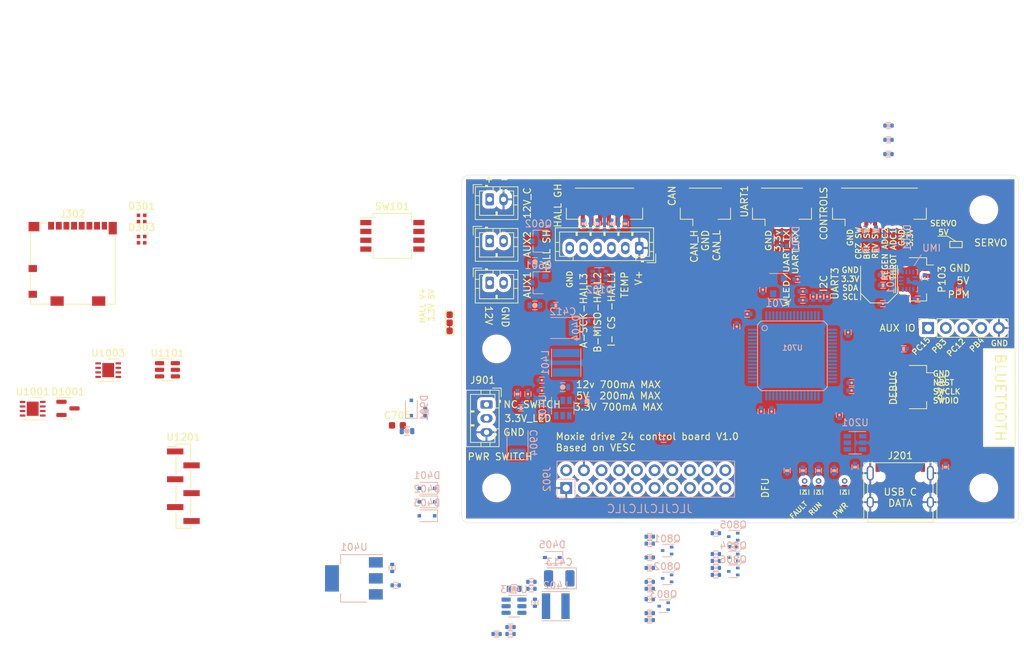
<source format=kicad_pcb>
(kicad_pcb (version 20221018) (generator pcbnew)
  (layers (0 "F.Cu" signal) (1 "In1.Cu" signal) (2 "In2.Cu" signal) (31 "B.Cu" signal) (34 "B.Paste" user) (35 "F.Paste" user) (36 "B.SilkS" user "B.Silkscreen") (37 "F.SilkS" user "F.Silkscreen") (38 "B.Mask" user) (39 "F.Mask" user) (44 "Edge.Cuts" user))
  (net 0 "")
  (net 1 "/Microcontroller/TEMP_MOTOR")
  (net 2 "+12V")
  (net 3 "GND")
  (net 4 "+3V3")
  (net 5 "Net-(C406-Pad1)")
  (net 6 "Net-(C406-Pad2)")
  (net 7 "Net-(C407-Pad1)")
  (net 8 "Net-(C407-Pad2)")
  (net 9 "Net-(C414-Pad2)")
  (net 10 "Net-(C415-Pad2)")
  (net 11 "GNDA")
  (net 12 "/logic_power/7-18vin")
  (net 13 "/Microcontroller/ADC_REGEN")
  (net 14 "/Microcontroller/ADC_THROTTLE")
  (net 15 "/Microcontroller/NRST")
  (net 16 "/Microcontroller/BRAKE_SW")
  (net 17 "/Microcontroller/REVERSE_SW")
  (net 18 "/Microcontroller/HALL_3")
  (net 19 "/Microcontroller/HALL_2")
  (net 20 "/Microcontroller/HALL_1")
  (net 21 "+5V")
  (net 22 "/6DOF IMU/IMU_SCL")
  (net 23 "/6DOF IMU/IMU_SDA")
  (net 24 "/Microcontroller/USART1_TX")
  (net 25 "/Microcontroller/USART1_RX")
  (net 26 "/power_stage/12V_EN")
  (net 27 "/Microcontroller/H1")
  (net 28 "/Microcontroller/L1")
  (net 29 "/Microcontroller/H3")
  (net 30 "/Microcontroller/H2")
  (net 31 "/Microcontroller/L3")
  (net 32 "Net-(C801-Pad2)")
  (net 33 "/Microcontroller/L2")
  (net 34 "/Microcontroller/ADC_VBUS")
  (net 35 "/Microcontroller/VCAP2")
  (net 36 "/Microcontroller/VCAP1")
  (net 37 "/Microcontroller/LED_GREEN")
  (net 38 "/Filters/V_IN_A")
  (net 39 "/Filters/V_IN_B")
  (net 40 "+3.3VA")
  (net 41 "Net-(C802-Pad2)")
  (net 42 "Net-(C803-Pad2)")
  (net 43 "Net-(C808-Pad2)")
  (net 44 "/Microcontroller/USB_DM")
  (net 45 "/Microcontroller/USB_DP")
  (net 46 "Net-(C809-Pad2)")
  (net 47 "/Microcontroller/LED_RED")
  (net 48 "/Microcontroller/XOSC_1")
  (net 49 "/Microcontroller/XOSC_0")
  (net 50 "/Filters/V_IN_C")
  (net 51 "/Microcontroller/SW_EN")
  (net 53 "/Microcontroller/SW_SNS")
  (net 54 "/Microcontroller/TEMP_MOSFETS")
  (net 55 "Net-(JP102-Pad2)")
  (net 56 "/ADC_THROTTLE_R")
  (net 57 "/Microcontroller/CRUISE_SW")
  (net 58 "/ADC_REGEN_R")
  (net 59 "/Microcontroller/LED_BL_R")
  (net 60 "/Microcontroller/LED_GN_R")
  (net 61 "/Microcontroller/LED_RD_R")
  (net 62 "Net-(D301-Pad1)")
  (net 63 "/Express Logger & Wireless/LED_RED")
  (net 65 "Net-(D401-Pad2)")
  (net 66 "Net-(J201-PadA5)")
  (net 67 "/Filters/I_OUT_A")
  (net 68 "/Filters/I_OUT_B")
  (net 69 "/Filters/I_OUT_C")
  (net 70 "USB_VBUS")
  (net 71 "/Filters/I_IN_A")
  (net 72 "/Filters/I_IN_B")
  (net 73 "/Filters/I_IN_C")
  (net 74 "Net-(P101-Pad5)")
  (net 75 "Net-(P101-Pad6)")
  (net 76 "Net-(P101-Pad7)")
  (net 77 "/Filters/I_FILTER_ON")
  (net 78 "/Microcontroller/12V_SENSE")
  (net 80 "Net-(J201-PadB5)")
  (net 82 "/Microcontroller/SERVO")
  (net 83 "/CAN_TERM_SW.2")
  (net 84 "Net-(J101-Pad1)")
  (net 85 "Net-(J101-Pad2)")
  (net 86 "/Express Logger & Wireless/SD_CS")
  (net 87 "/Express Logger & Wireless/SD_MOSI")
  (net 88 "Net-(C702-Pad2)")
  (net 89 "/Express Logger & Wireless/SD_SCK")
  (net 90 "/Express Logger & Wireless/SD_MISO")
  (net 91 "Net-(C807-Pad2)")
  (net 96 "/Microcontroller/SWCLK")
  (net 97 "/Microcontroller/SWDIO")
  (net 98 "Net-(D901-Pad2)")
  (net 99 "/CAN_tranciever1/CANH")
  (net 100 "/12V AUX PWM/AUX1_GATE")
  (net 101 "/12V AUX PWM/AUX2_GATE")
  (net 102 "/Filters/V_FILTER_ON")
  (net 103 "/STM23_DFU_BOOT")
  (net 106 "Net-(J602-Pad2)")
  (net 107 "Net-(J603-Pad2)")
  (net 108 "/CAN_TERM_SW.1")
  (net 109 "USB_VBUS_SWITCHED")
  (net 110 "/Express Logger & Wireless/ESC_UART_TX")
  (net 111 "/Express Logger & Wireless/ESC_UART_RX")
  (net 115 "/CAN_tranciever1/CAN_TX_STM32")
  (net 116 "/Express Logger & Wireless/USB_DM")
  (net 117 "/Express Logger & Wireless/USB_DP")
  (net 118 "/Filters/Overcurrent Comparators/comp_h")
  (net 125 "/Filters/Overcurrent Comparators/I_filt_comp_A")
  (net 126 "/Filters/BRK-FAULT")
  (net 127 "/CAN_tranciever1/CAN_TX")
  (net 128 "/CAN_tranciever1/CAN_RX")
  (footprint "pkl_dipol:D_0603" (layer "F.Cu") (at 146 115.6 -90)
    (fp_text reference "D702")
    (fp_text value "BLUE")
    (pad "A" smd roundrect (at 0.75 0 90) (size 0.6 0.9) (layers "F.Cu" "F.Paste" "F.Mask") (net 3 "GND"))
    (pad "C" smd roundrect (at -0.75 0 90) (size 0.6 0.9) (layers "F.Cu" "F.Paste" "F.Mask") (net 59 "/Microcontroller/LED_BL_R"))
  )
  (footprint "pkl_dipol:D_0603" (layer "F.Cu") (at 142.25 115.6 -90)
    (fp_text reference "D703")
    (fp_text value "GREEN")
    (pad "A" smd roundrect (at 0.75 0 90) (size 0.6 0.9) (layers "F.Cu" "F.Paste" "F.Mask") (net 3 "GND"))
    (pad "C" smd roundrect (at -0.75 0 90) (size 0.6 0.9) (layers "F.Cu" "F.Paste" "F.Mask") (net 60 "/Microcontroller/LED_GN_R"))
  )
  (footprint "pkl_dipol:D_0603" (layer "F.Cu") (at 140.25 115.6 -90)
    (fp_text reference "D704")
    (fp_text value "RED")
    (pad "A" smd roundrect (at 0.75 0 90) (size 0.6 0.9) (layers "F.Cu" "F.Paste" "F.Mask") (net 3 "GND"))
    (pad "C" smd roundrect (at -0.75 0 90) (size 0.6 0.9) (layers "F.Cu" "F.Paste" "F.Mask") (net 61 "/Microcontroller/LED_RD_R"))
  )
  (footprint "Connector_PinSocket_2.54mm:PinSocket_1x05_P2.54mm_Vertical" (layer "F.Cu") (at 158 92 90)
    (fp_text reference "J701")
    (fp_text value "Unused_IO")
    (pad "1" thru_hole rect (at 0 0 90) (size 1.7 1.7) (drill 1) (layers "*.Cu" "*.Mask"))
    (pad "2" thru_hole oval (at 0 2.54 90) (size 1.7 1.7) (drill 1) (layers "*.Cu" "*.Mask"))
    (pad "3" thru_hole oval (at 0 5.08 90) (size 1.7 1.7) (drill 1) (layers "*.Cu" "*.Mask"))
    (pad "4" thru_hole oval (at 0 7.62 90) (size 1.7 1.7) (drill 1) (layers "*.Cu" "*.Mask"))
    (pad "5" thru_hole oval (at 0 10.16 90) (size 1.7 1.7) (drill 1) (layers "*.Cu" "*.Mask") (net 3 "GND"))
  )
  (footprint "Connector_JST:JST_PH_B2B-PH-K_1x02_P2.00mm_Vertical" (layer "F.Cu") (at 95 73.5)
    (fp_text reference "J601")
    (fp_text value "Conn_01x02")
    (pad "1" thru_hole roundrect (at 0 0) (size 1.2 1.75) (drill 0.75) (layers "*.Cu" "*.Mask") (roundrect_rratio 0.2083333333) (net 2 "+12V"))
    (pad "2" thru_hole oval (at 2 0) (size 1.2 1.75) (drill 0.75) (layers "*.Cu" "*.Mask") (net 3 "GND"))
  )
  (footprint "pkl_jumpers:J_NC_0402_20" (layer "F.Cu") (at 162 80)
    (fp_text reference "JP101")
    (fp_text value "Jumper_NC_Small")
    (fp_line (start -0.2 0) (end 0.2 0) (stroke (width 0.2)) (layer "F.Cu"))
    (pad "1" smd roundrect (at -0.425 0) (size 0.65 0.6) (layers "F.Cu" "F.Mask") (net 85 "Net-(J101-Pad2)"))
    (pad "2" smd roundrect (at 0.425 0) (size 0.65 0.6) (layers "F.Cu" "F.Mask") (net 21 "+5V"))
  )
  (footprint "pkl_jumpers:J_NCNO_0903_15" (layer "F.Cu") (at 89.25 91.25 90)
    (fp_text reference "JP102")
    (fp_text value "hall_pwr_jmp")
    (fp_line (start -0.775 0) (end -0.375 0) (stroke (width 0.15)) (layer "F.Cu"))
    (pad "1" smd roundrect (at -1.15 0 90) (size 0.95 0.9) (layers "F.Cu" "F.Mask") (net 21 "+5V"))
    (pad "2" smd roundrect (at 0 0 90) (size 0.95 0.9) (layers "F.Cu" "F.Mask") (net 55 "Net-(JP102-Pad2)"))
    (pad "3" smd roundrect (at 1.15 0 90) (size 0.95 0.9) (layers "F.Cu" "F.Mask") (net 4 "+3V3"))
  )
  (footprint "MountingHole:MountingHole_3.2mm_M3_DIN965" (layer "F.Cu") (at 96 115)
    (fp_text reference "MK101")
    (fp_text value "Mounting_Hole")
    (pad "" np_thru_hole circle locked (at 0 0) (size 3.2 3.2) (drill 3.2) (layers "*.Cu" "*.Mask"))
  )
  (footprint "MountingHole:MountingHole_3.2mm_M3_DIN965" (layer "F.Cu") (at 166 115)
    (fp_text reference "MK102")
    (fp_text value "Mounting_Hole")
    (pad "" np_thru_hole circle locked (at 0 0) (size 3.2 3.2) (drill 3.2) (layers "*.Cu" "*.Mask"))
  )
  (footprint "MountingHole:MountingHole_3.2mm_M3_DIN965" (layer "F.Cu") (at 166 75)
    (fp_text reference "MK103")
    (fp_text value "Mounting_Hole")
    (pad "" np_thru_hole circle locked (at 0 0) (size 3.2 3.2) (drill 3.2) (layers "*.Cu" "*.Mask"))
  )
  (footprint "MountingHole:MountingHole_3.2mm_M3_DIN965" (layer "F.Cu") (at 96 95)
    (fp_text reference "MK104")
    (fp_text value "Mounting_Hole")
    (pad "" np_thru_hole circle locked (at 0 0) (size 3.2 3.2) (drill 3.2) (layers "*.Cu" "*.Mask"))
  )
  (footprint "Connector_JST:JST_GH_BM08B-GHS-TBT_1x08-1MP_P1.25mm_Vertical" (layer "F.Cu") (at 151 74.5)
    (fp_text reference "P101")
    (fp_text value "Conn_01x08")
    (pad "1" smd roundrect (at -4.375 1.95) (size 0.6 1.7) (layers "F.Cu" "F.Paste" "F.Mask") (net 4 "+3V3"))
    (pad "2" smd roundrect (at -3.125 1.95) (size 0.6 1.7) (layers "F.Cu" "F.Paste" "F.Mask") (net 3 "GND"))
    (pad "3" smd roundrect (at -1.875 1.95) (size 0.6 1.7) (layers "F.Cu" "F.Paste" "F.Mask") (net 56 "/ADC_THROTTLE_R"))
    (pad "4" smd roundrect (at -0.625 1.95) (size 0.6 1.7) (layers "F.Cu" "F.Paste" "F.Mask") (net 58 "/ADC_REGEN_R"))
    (pad "5" smd roundrect (at 0.625 1.95) (size 0.6 1.7) (layers "F.Cu" "F.Paste" "F.Mask") (net 74 "Net-(P101-Pad5)"))
    (pad "6" smd roundrect (at 1.875 1.95) (size 0.6 1.7) (layers "F.Cu" "F.Paste" "F.Mask") (net 75 "Net-(P101-Pad6)"))
    (pad "7" smd roundrect (at 3.125 1.95) (size 0.6 1.7) (layers "F.Cu" "F.Paste" "F.Mask") (net 76 "Net-(P101-Pad7)"))
    (pad "8" smd roundrect (at 4.375 1.95) (size 0.6 1.7) (layers "F.Cu" "F.Paste" "F.Mask") (net 3 "GND"))
    (pad "MP" smd roundrect (at -6.225 -1.4) (size 1 2.8) (layers "F.Cu" "F.Paste" "F.Mask"))
    (pad "MP" smd roundrect (at 6.225 -1.4) (size 1 2.8) (layers "F.Cu" "F.Paste" "F.Mask"))
  )
  (footprint "Connector_JST:JST_GH_BM04B-GHS-TBT_1x04-1MP_P1.25mm_Vertical" (layer "F.Cu") (at 137 74.5)
    (fp_text reference "P102")
    (fp_text value "Serial1/tim4")
    (pad "1" smd roundrect (at -1.875 1.95) (size 0.6 1.7) (layers "F.Cu" "F.Paste" "F.Mask") (net 25 "/Microcontroller/USART1_RX"))
    (pad "2" smd roundrect (at -0.625 1.95) (size 0.6 1.7) (layers "F.Cu" "F.Paste" "F.Mask") (net 24 "/Microcontroller/USART1_TX"))
    (pad "3" smd roundrect (at 0.625 1.95) (size 0.6 1.7) (layers "F.Cu" "F.Paste" "F.Mask") (net 4 "+3V3"))
    (pad "4" smd roundrect (at 1.875 1.95) (size 0.6 1.7) (layers "F.Cu" "F.Paste" "F.Mask") (net 3 "GND"))
    (pad "MP" smd roundrect (at -3.725 -1.4) (size 1 2.8) (layers "F.Cu" "F.Paste" "F.Mask"))
    (pad "MP" smd roundrect (at 3.725 -1.4) (size 1 2.8) (layers "F.Cu" "F.Paste" "F.Mask"))
  )
  (footprint "Connector_JST:JST_SH_SM04B-SRSS-TB_1x04-1MP_P1.00mm_Horizontal" (layer "F.Cu") (at 156 85 -90)
    (fp_text reference "P103" (at 0 -3.98 -90) (layer "F.SilkS"))
    (fp_text value "I2C")
    (pad "1" smd roundrect (at -1.5 -2 270) (size 0.6 1.55) (layers "F.Cu" "F.Paste" "F.Mask") (net 3 "GND"))
    (pad "2" smd roundrect (at -0.5 -2 270) (size 0.6 1.55) (layers "F.Cu" "F.Paste" "F.Mask") (net 4 "+3V3"))
    (pad "3" smd roundrect (at 0.5 -2 270) (size 0.6 1.55) (layers "F.Cu" "F.Paste" "F.Mask") (net 23 "/6DOF IMU/IMU_SDA"))
    (pad "4" smd roundrect (at 1.5 -2 270) (size 0.6 1.55) (layers "F.Cu" "F.Paste" "F.Mask") (net 22 "/6DOF IMU/IMU_SCL"))
    (pad "MP" smd roundrect (at -2.8 1.875 270) (size 1.2 1.8) (layers "F.Cu" "F.Paste" "F.Mask") (roundrect_rratio 0.208333))
    (pad "MP" smd roundrect (at 2.8 1.875 270) (size 1.2 1.8) (layers "F.Cu" "F.Paste" "F.Mask") (roundrect_rratio 0.208333))
  )
  (footprint "Connector_JST:JST_SH_SM04B-SRSS-TB_1x04-1MP_P1.00mm_Horizontal" (layer "F.Cu") (at 156 100.5 -90)
    (fp_text reference "P701" (at 0 -3.98 -90) (layer "F.SilkS"))
    (fp_text value "SWD_DEBUG")
    (pad "1" smd roundrect (at -1.5 -2 270) (size 0.6 1.55) (layers "F.Cu" "F.Paste" "F.Mask") (net 3 "GND"))
    (pad "2" smd roundrect (at -0.5 -2 270) (size 0.6 1.55) (layers "F.Cu" "F.Paste" "F.Mask") (net 15 "/Microcontroller/NRST"))
    (pad "3" smd roundrect (at 0.5 -2 270) (size 0.6 1.55) (layers "F.Cu" "F.Paste" "F.Mask") (net 96 "/Microcontroller/SWCLK"))
    (pad "4" smd roundrect (at 1.5 -2 270) (size 0.6 1.55) (layers "F.Cu" "F.Paste" "F.Mask") (net 97 "/Microcontroller/SWDIO"))
    (pad "MP" smd roundrect (at -2.8 1.875 270) (size 1.2 1.8) (layers "F.Cu" "F.Paste" "F.Mask") (roundrect_rratio 0.208333))
    (pad "MP" smd roundrect (at 2.8 1.875 270) (size 1.2 1.8) (layers "F.Cu" "F.Paste" "F.Mask") (roundrect_rratio 0.208333))
  )
  (footprint "pkl_connectors:USB_C_Receptacle_HRO_TYPE-C-31-M-12" (layer "F.Cu") (at 154 116)
    (fp_text reference "J201" (at 0 -5.645) (layer "F.SilkS"))
    (fp_text value "USB_C_Receptacle_USB2.0")
    (pad "" np_thru_hole circle (at -2.89 -2.6) (size 0.65 0.65) (drill 0.65) (layers "*.Cu" "*.Mask"))
    (pad "" np_thru_hole circle (at 2.89 -2.6) (size 0.65 0.65) (drill 0.65) (layers "*.Cu" "*.Mask"))
    (pad "A1" smd roundrect (at -3.25 -4.045) (size 0.6 1.45) (layers "F.Cu" "F.Paste" "F.Mask") (roundrect_rratio 0.125) (net 3 "GND"))
    (pad "A4" smd roundrect (at -2.45 -4.045) (size 0.6 1.45) (layers "F.Cu" "F.Paste" "F.Mask") (roundrect_rratio 0.125) (net 70 "USB_VBUS"))
    (pad "A5" smd roundrect (at -1.25 -4.045) (size 0.3 1.45) (layers "F.Cu" "F.Paste" "F.Mask") (net 66 "Net-(J201-PadA5)"))
    (pad "A6" smd roundrect (at -0.25 -4.045) (size 0.3 1.45) (layers "F.Cu" "F.Paste" "F.Mask") (net 45 "/Microcontroller/USB_DP"))
    (pad "A7" smd roundrect (at 0.25 -4.045) (size 0.3 1.45) (layers "F.Cu" "F.Paste" "F.Mask") (net 44 "/Microcontroller/USB_DM"))
    (pad "A8" smd roundrect (at 1.25 -4.045) (size 0.3 1.45) (layers "F.Cu" "F.Paste" "F.Mask"))
    (pad "A9" smd roundrect (at 2.45 -4.045) (size 0.6 1.45) (layers "F.Cu" "F.Paste" "F.Mask") (roundrect_rratio 0.125) (net 70 "USB_VBUS"))
    (pad "A12" smd roundrect (at 3.25 -4.045) (size 0.6 1.45) (layers "F.Cu" "F.Paste" "F.Mask") (roundrect_rratio 0.125) (net 3 "GND"))
    (pad "B1" smd roundrect (at 3.25 -4.045) (size 0.6 1.45) (layers "F.Cu" "F.Paste" "F.Mask") (roundrect_rratio 0.125) (net 3 "GND"))
    (pad "B4" smd roundrect (at 2.45 -4.045) (size 0.6 1.45) (layers "F.Cu" "F.Paste" "F.Mask") (roundrect_rratio 0.125) (net 70 "USB_VBUS"))
    (pad "B5" smd roundrect (at 1.75 -4.045) (size 0.3 1.45) (layers "F.Cu" "F.Paste" "F.Mask") (net 80 "Net-(J201-PadB5)"))
    (pad "B6" smd roundrect (at 0.75 -4.045) (size 0.3 1.45) (layers "F.Cu" "F.Paste" "F.Mask") (net 45 "/Microcontroller/USB_DP"))
    (pad "B7" smd roundrect (at -0.75 -4.045) (size 0.3 1.45) (layers "F.Cu" "F.Paste" "F.Mask") (net 44 "/Microcontroller/USB_DM"))
    (pad "B8" smd roundrect (at -1.75 -4.045) (size 0.3 1.45) (layers "F.Cu" "F.Paste" "F.Mask"))
    (pad "B9" smd roundrect (at -2.45 -4.045) (size 0.6 1.45) (layers "F.Cu" "F.Paste" "F.Mask") (roundrect_rratio 0.125) (net 70 "USB_VBUS"))
    (pad "B12" smd roundrect (at -3.25 -4.045) (size 0.6 1.45) (layers "F.Cu" "F.Paste" "F.Mask") (roundrect_rratio 0.125) (net 3 "GND"))
    (pad "S1" thru_hole oval (at -4.32 -3.13) (size 1 2.1) (drill oval 0.6 1.7) (layers "*.Cu" "*.Mask") (net 3 "GND"))
    (pad "S1" thru_hole oval (at -4.32 1.05) (size 1 1.6) (drill oval 0.6 1.2) (layers "*.Cu" "*.Mask") (net 3 "GND"))
    (pad "S1" thru_hole oval (at 4.32 -3.13) (size 1 2.1) (drill oval 0.6 1.7) (layers "*.Cu" "*.Mask") (net 3 "GND"))
    (pad "S1" thru_hole oval (at 4.32 1.05) (size 1 1.6) (drill oval 0.6 1.2) (layers "*.Cu" "*.Mask") (net 3 "GND"))
  )
  (footprint "Connector_JST:JST_PH_B2B-PH-K_1x02_P2.00mm_Vertical" (layer "F.Cu") (at 95 85.5)
    (fp_text reference "J602")
    (fp_text value "Conn_01x02")
    (pad "1" thru_hole roundrect (at 0 0) (size 1.2 1.75) (drill 0.75) (layers "*.Cu" "*.Mask") (roundrect_rratio 0.2083333333) (net 2 "+12V"))
    (pad "2" thru_hole oval (at 2 0) (size 1.2 1.75) (drill 0.75) (layers "*.Cu" "*.Mask") (net 106 "Net-(J602-Pad2)"))
  )
  (footprint "Connector_JST:JST_PH_B2B-PH-K_1x02_P2.00mm_Vertical" (layer "F.Cu") (at 95 79.5)
    (fp_text reference "J603")
    (fp_text value "Conn_01x02")
    (pad "1" thru_hole roundrect (at 0 0) (size 1.2 1.75) (drill 0.75) (layers "*.Cu" "*.Mask") (roundrect_rratio 0.2083333333) (net 2 "+12V"))
    (pad "2" thru_hole oval (at 2 0) (size 1.2 1.75) (drill 0.75) (layers "*.Cu" "*.Mask") (net 107 "Net-(J603-Pad2)"))
  )
  (footprint "Package_TO_SOT_SMD:SOT-23-6" (layer "F.Cu") (at 48.71 98.01)
    (fp_text reference "U1101" (at 0 -2.4) (layer "F.SilkS"))
    (fp_text value "USBLC6-2")
    (pad "1" smd roundrect (at -1.1375 -0.95) (size 1.325 0.6) (layers "F.Cu" "F.Paste" "F.Mask") (net 116 "/Express Logger & Wireless/USB_DM"))
    (pad "2" smd roundrect (at -1.1375 0) (size 1.325 0.6) (layers "F.Cu" "F.Paste" "F.Mask") (net 3 "GND"))
    (pad "3" smd roundrect (at -1.1375 0.95) (size 1.325 0.6) (layers "F.Cu" "F.Paste" "F.Mask") (net 117 "/Express Logger & Wireless/USB_DP"))
    (pad "4" smd roundrect (at 1.1375 0.95) (size 1.325 0.6) (layers "F.Cu" "F.Paste" "F.Mask") (net 117 "/Express Logger & Wireless/USB_DP"))
    (pad "5" smd roundrect (at 1.1375 0) (size 1.325 0.6) (layers "F.Cu" "F.Paste" "F.Mask") (net 70 "USB_VBUS"))
    (pad "6" smd roundrect (at 1.1375 -0.95) (size 1.325 0.6) (layers "F.Cu" "F.Paste" "F.Mask") (net 116 "/Express Logger & Wireless/USB_DM"))
  )
  (footprint "Capacitor_SMD:C_0603_1608Metric" (layer "F.Cu") (at 81.75 106)
    (fp_text reference "C706" (at 0 -1.43) (layer "F.SilkS"))
    (fp_text value "10uF")
    (pad "1" smd roundrect (at -0.775 0) (size 0.9 0.95) (layers "F.Cu" "F.Paste" "F.Mask") (net 11 "GNDA"))
    (pad "2" smd roundrect (at 0.775 0) (size 0.9 0.95) (layers "F.Cu" "F.Paste" "F.Mask") (net 88 "Net-(C702-Pad2)"))
  )
  (footprint "Connector_PinHeader_2.00mm:PinHeader_1x06_P2.00mm_Vertical_SMD_Pin1Left" (layer "F.Cu") (at 51 114.75)
    (fp_text reference "U1201" (at 0 -7.06) (layer "F.SilkS"))
    (fp_text value "LMV339")
    (pad "1" smd rect (at -1.175 -5) (size 2.35 0.85) (layers "F.Cu" "F.Paste" "F.Mask") (net 126 "/Filters/BRK-FAULT"))
    (pad "2" smd rect (at 1.175 -3) (size 2.35 0.85) (layers "F.Cu" "F.Paste" "F.Mask") (net 126 "/Filters/BRK-FAULT"))
    (pad "3" smd rect (at -1.175 -1) (size 2.35 0.85) (layers "F.Cu" "F.Paste" "F.Mask") (net 21 "+5V"))
    (pad "4" smd rect (at 1.175 1) (size 2.35 0.85) (layers "F.Cu" "F.Paste" "F.Mask") (net 118 "/Filters/Overcurrent Comparators/comp_h"))
    (pad "5" smd rect (at -1.175 3) (size 2.35 0.85) (layers "F.Cu" "F.Paste" "F.Mask") (net 125 "/Filters/Overcurrent Comparators/I_filt_comp_A"))
    (pad "6" smd rect (at 1.175 5) (size 2.35 0.85) (layers "F.Cu" "F.Paste" "F.Mask") (net 118 "/Filters/Overcurrent Comparators/comp_h"))
  )
  (footprint "LED_SMD:LED_SK6812_EC15_1.5x1.5mm" (layer "F.Cu") (at 45 76.25)
    (fp_text reference "D301" (at 0 -1.75) (layer "F.SilkS"))
    (fp_text value "SK6805")
    (fp_text user "1" (at -0.925 -0.45) (layer "F.SilkS") (effects (font (size 0.3 0.3) (thickness 0.075))))
    (pad "1" smd rect (at -0.45 -0.45) (size 0.5 0.5) (layers "F.Cu" "F.Paste" "F.Mask") (net 62 "Net-(D301-Pad1)"))
    (pad "2" smd rect (at -0.45 0.45) (size 0.5 0.5) (layers "F.Cu" "F.Paste" "F.Mask") (net 3 "GND"))
    (pad "3" smd rect (at 0.45 0.45) (size 0.5 0.5) (layers "F.Cu" "F.Paste" "F.Mask") (net 63 "/Express Logger & Wireless/LED_RED"))
    (pad "4" smd rect (at 0.45 -0.45) (size 0.5 0.5) (layers "F.Cu" "F.Paste" "F.Mask") (net 4 "+3V3"))
  )
  (footprint "Connector_Card:microSD_HC_Molex_104031-0811" (layer "F.Cu") (at 35.1 82.75)
    (fp_text reference "J302" (at 0 -7.18) (layer "F.SilkS"))
    (fp_text value "Micro_SD_Card")
    (pad "1" smd rect (at -3.105 -5.45) (size 0.85 1.1) (layers "F.Cu" "F.Paste" "F.Mask"))
    (pad "2" smd rect (at -2.005 -5.45) (size 0.85 1.1) (layers "F.Cu" "F.Paste" "F.Mask") (net 86 "/Express Logger & Wireless/SD_CS"))
    (pad "3" smd rect (at -0.905 -5.45) (size 0.85 1.1) (layers "F.Cu" "F.Paste" "F.Mask") (net 87 "/Express Logger & Wireless/SD_MOSI"))
    (pad "4" smd rect (at 0.195 -5.45) (size 0.85 1.1) (layers "F.Cu" "F.Paste" "F.Mask") (net 4 "+3V3"))
    (pad "5" smd rect (at 1.295 -5.45) (size 0.85 1.1) (layers "F.Cu" "F.Paste" "F.Mask") (net 89 "/Express Logger & Wireless/SD_SCK"))
    (pad "6" smd rect (at 2.395 -5.45) (size 0.85 1.1) (layers "F.Cu" "F.Paste" "F.Mask") (net 3 "GND"))
    (pad "7" smd rect (at 3.495 -5.45) (size 0.85 1.1) (layers "F.Cu" "F.Paste" "F.Mask") (net 90 "/Express Logger & Wireless/SD_MISO"))
    (pad "8" smd rect (at 4.545 -5.45) (size 0.75 1.1) (layers "F.Cu" "F.Paste" "F.Mask"))
    (pad "9" smd rect (at -5.74 0.7) (size 1.2 1) (layers "F.Cu" "F.Paste" "F.Mask") (net 3 "GND"))
    (pad "10" smd rect (at -5.74 4.4) (size 1.2 1) (layers "F.Cu" "F.Paste" "F.Mask"))
    (pad "11" smd rect (at -5.565 -5.325) (size 1.55 1.35) (layers "F.Cu" "F.Paste" "F.Mask"))
    (pad "11" smd rect (at -2.24 5.375) (size 1.9 1.35) (layers "F.Cu" "F.Paste" "F.Mask"))
    (pad "11" smd rect (at 3.73 5.375) (size 1.9 1.35) (layers "F.Cu" "F.Paste" "F.Mask"))
    (pad "11" smd rect (at 5.755 -5.1) (size 1.17 1.8) (layers "F.Cu" "F.Paste" "F.Mask"))
  )
  (footprint "Connector_JST:JST_PH_B6B-PH-K_1x06_P2.00mm_Vertical" (layer "F.Cu") (at 116.5 80.5 180)
    (fp_text reference "P104")
    (fp_text value "JST-PH")
    (pad "1" thru_hole roundrect (at 0 0 180) (size 1.2 1.75) (drill 0.75) (layers "*.Cu" "*.Mask") (roundrect_rratio 0.2083333333) (net 3 "GND"))
    (pad "2" thru_hole oval (at 2 0 180) (size 1.2 1.75) (drill 0.75) (layers "*.Cu" "*.Mask") (net 18 "/Microcontroller/HALL_3"))
    (pad "3" thru_hole oval (at 4 0 180) (size 1.2 1.75) (drill 0.75) (layers "*.Cu" "*.Mask") (net 19 "/Microcontroller/HALL_2"))
    (pad "4" thru_hole oval (at 6 0 180) (size 1.2 1.75) (drill 0.75) (layers "*.Cu" "*.Mask") (net 20 "/Microcontroller/HALL_1"))
    (pad "5" thru_hole oval (at 8 0 180) (size 1.2 1.75) (drill 0.75) (layers "*.Cu" "*.Mask") (net 1 "/Microcontroller/TEMP_MOTOR"))
    (pad "6" thru_hole oval (at 10 0 180) (size 1.2 1.75) (drill 0.75) (layers "*.Cu" "*.Mask") (net 55 "Net-(JP102-Pad2)"))
  )
  (footprint "Package_TO_SOT_SMD:SOT-23" (layer "F.Cu") (at 34.42 103.56)
    (fp_text reference "D1001" (at 0 -2.4) (layer "F.SilkS"))
    (fp_text value "NUP2105L")
    (pad "1" smd roundrect (at -0.9375 -0.95) (size 1.475 0.6) (layers "F.Cu" "F.Paste" "F.Mask") (net 99 "/CAN_tranciever1/CANH"))
    (pad "2" smd roundrect (at -0.9375 0.95) (size 1.475 0.6) (layers "F.Cu" "F.Paste" "F.Mask") (net 83 "/CAN_TERM_SW.2"))
    (pad "3" smd roundrect (at 0.9375 0) (size 1.475 0.6) (layers "F.Cu" "F.Paste" "F.Mask") (net 3 "GND"))
  )
  (footprint "Package_DFN_QFN:DFN-8-1EP_3x3mm_P0.65mm_EP1.7x2.05mm" (layer "F.Cu") (at 29.35 103.61)
    (fp_text reference "U1001" (at 0 -2.45) (layer "F.SilkS"))
    (fp_text value "TJA1051T-3")
    (pad "1" smd roundrect (at -1.45 -0.975) (size 0.8 0.3) (layers "F.Cu" "F.Paste" "F.Mask") (net 127 "/CAN_tranciever1/CAN_TX"))
    (pad "2" smd roundrect (at -1.45 -0.325) (size 0.8 0.3) (layers "F.Cu" "F.Paste" "F.Mask") (net 3 "GND"))
    (pad "3" smd roundrect (at -1.45 0.325) (size 0.8 0.3) (layers "F.Cu" "F.Paste" "F.Mask") (net 21 "+5V"))
    (pad "4" smd roundrect (at -1.45 0.975) (size 0.8 0.3) (layers "F.Cu" "F.Paste" "F.Mask") (net 128 "/CAN_tranciever1/CAN_RX"))
    (pad "5" smd roundrect (at 1.45 0.975) (size 0.8 0.3) (layers "F.Cu" "F.Paste" "F.Mask") (net 4 "+3V3"))
    (pad "6" smd roundrect (at 1.45 0.325) (size 0.8 0.3) (layers "F.Cu" "F.Paste" "F.Mask") (net 83 "/CAN_TERM_SW.2"))
    (pad "7" smd roundrect (at 1.45 -0.325) (size 0.8 0.3) (layers "F.Cu" "F.Paste" "F.Mask") (net 99 "/CAN_tranciever1/CANH"))
    (pad "8" smd roundrect (at 1.45 -0.975) (size 0.8 0.3) (layers "F.Cu" "F.Paste" "F.Mask") (net 3 "GND"))
    (pad "9" smd rect (at 0 0) (size 1.7 2.05) (layers "F.Cu" "F.Mask"))
  )
  (footprint "Connector_JST:JST_PH_B3B-PH-K_1x03_P2.00mm_Vertical" (layer "F.Cu") (at 94.55 103 -90)
    (fp_text reference "J901" (at -3.5 0.55 180) (layer "F.SilkS"))
    (fp_text value "PWR_SW")
    (pad "1" thru_hole roundrect (at 0 0 270) (size 1.2 1.75) (drill 0.75) (layers "*.Cu" "*.Mask") (roundrect_rratio 0.2083333333) (net 53 "/Microcontroller/SW_SNS"))
    (pad "2" thru_hole oval (at 2 0 270) (size 1.2 1.75) (drill 0.75) (layers "*.Cu" "*.Mask") (net 4 "+3V3"))
    (pad "3" thru_hole oval (at 4 0 270) (size 1.2 1.75) (drill 0.75) (layers "*.Cu" "*.Mask") (net 3 "GND"))
  )
  (footprint "Package_DFN_QFN:DFN-8-1EP_3x3mm_P0.65mm_EP1.7x2.05mm" (layer "F.Cu") (at 40.2 98.06)
    (fp_text reference "U1003" (at 0 -2.45) (layer "F.SilkS"))
    (fp_text value "TJA1051T-3")
    (pad "1" smd roundrect (at -1.45 -0.975) (size 0.8 0.3) (layers "F.Cu" "F.Paste" "F.Mask") (net 127 "/CAN_tranciever1/CAN_TX"))
    (pad "2" smd roundrect (at -1.45 -0.325) (size 0.8 0.3) (layers "F.Cu" "F.Paste" "F.Mask") (net 3 "GND"))
    (pad "3" smd roundrect (at -1.45 0.325) (size 0.8 0.3) (layers "F.Cu" "F.Paste" "F.Mask") (net 21 "+5V"))
    (pad "4" smd roundrect (at -1.45 0.975) (size 0.8 0.3) (layers "F.Cu" "F.Paste" "F.Mask") (net 128 "/CAN_tranciever1/CAN_RX"))
    (pad "5" smd roundrect (at 1.45 0.975) (size 0.8 0.3) (layers "F.Cu" "F.Paste" "F.Mask") (net 4 "+3V3"))
    (pad "6" smd roundrect (at 1.45 0.325) (size 0.8 0.3) (layers "F.Cu" "F.Paste" "F.Mask") (net 83 "/CAN_TERM_SW.2"))
    (pad "7" smd roundrect (at 1.45 -0.325) (size 0.8 0.3) (layers "F.Cu" "F.Paste" "F.Mask") (net 99 "/CAN_tranciever1/CANH"))
    (pad "8" smd roundrect (at 1.45 -0.975) (size 0.8 0.3) (layers "F.Cu" "F.Paste" "F.Mask") (net 3 "GND"))
    (pad "9" smd rect (at 0 0) (size 1.7 2.05) (layers "F.Cu" "F.Mask"))
  )
  (footprint "LED_SMD:LED_SK6812_EC15_1.5x1.5mm" (layer "F.Cu") (at 45 79.3)
    (fp_text reference "D303" (at 0 -1.75) (layer "F.SilkS"))
    (fp_text value "SK6805")
    (fp_text user "1" (at -0.925 -0.45) (layer "F.SilkS") (effects (font (size 0.3 0.3) (thickness 0.075))))
    (pad "1" smd rect (at -0.45 -0.45) (size 0.5 0.5) (layers "F.Cu" "F.Paste" "F.Mask"))
    (pad "2" smd rect (at -0.45 0.45) (size 0.5 0.5) (layers "F.Cu" "F.Paste" "F.Mask") (net 3 "GND"))
    (pad "3" smd rect (at 0.45 0.45) (size 0.5 0.5) (layers "F.Cu" "F.Paste" "F.Mask") (net 62 "Net-(D301-Pad1)"))
    (pad "4" smd rect (at 0.45 -0.45) (size 0.5 0.5) (layers "F.Cu" "F.Paste" "F.Mask") (net 4 "+3V3"))
  )
  (footprint "Button_Switch_SMD:SW_DIP_SPSTx04_Slide_Copal_CHS-04B_W7.62mm_P1.27mm" (layer "F.Cu") (at 81.02 78.75)
    (fp_text reference "SW101" (at 0 -4.235) (layer "F.SilkS"))
    (fp_text value "SW_DIP_x04")
    (pad "1" smd rect (at -3.81 -1.905) (size 1.6 0.76) (layers "F.Cu" "F.Paste" "F.Mask") (net 108 "/CAN_TERM_SW.1"))
    (pad "2" smd rect (at -3.81 -0.635) (size 1.6 0.76) (layers "F.Cu" "F.Paste" "F.Mask") (net 70 "USB_VBUS"))
    (pad "3" smd rect (at -3.81 0.635) (size 1.6 0.76) (layers "F.Cu" "F.Paste" "F.Mask") (net 103 "/STM23_DFU_BOOT"))
    (pad "4" smd rect (at -3.81 1.905) (size 1.6 0.76) (layers "F.Cu" "F.Paste" "F.Mask") (net 63 "/Express Logger & Wireless/LED_RED"))
    (pad "5" smd rect (at 3.81 1.905) (size 1.6 0.76) (layers "F.Cu" "F.Paste" "F.Mask") (net 3 "GND"))
    (pad "6" smd rect (at 3.81 0.635) (size 1.6 0.76) (layers "F.Cu" "F.Paste" "F.Mask") (net 4 "+3V3"))
    (pad "7" smd rect (at 3.81 -0.635) (size 1.6 0.76) (layers "F.Cu" "F.Paste" "F.Mask") (net 109 "USB_VBUS_SWITCHED"))
    (pad "8" smd rect (at 3.81 -1.905) (size 1.6 0.76) (layers "F.Cu" "F.Paste" "F.Mask") (net 83 "/CAN_TERM_SW.2"))
  )
  (footprint "Connector_JST:JST_GH_BM06B-GHS-TBT_1x06-1MP_P1.25mm_Vertical" (layer "F.Cu") (at 111.5 74.5)
    (fp_text reference "P105")
    (fp_text value "JST-GH")
    (pad "1" smd roundrect (at -3.125 1.95) (size 0.6 1.7) (layers "F.Cu" "F.Paste" "F.Mask") (net 55 "Net-(JP102-Pad2)"))
    (pad "2" smd roundrect (at -1.875 1.95) (size 0.6 1.7) (layers "F.Cu" "F.Paste" "F.Mask") (net 1 "/Microcontroller/TEMP_MOTOR"))
    (pad "3" smd roundrect (at -0.625 1.95) (size 0.6 1.7) (layers "F.Cu" "F.Paste" "F.Mask") (net 20 "/Microcontroller/HALL_1"))
    (pad "4" smd roundrect (at 0.625 1.95) (size 0.6 1.7) (layers "F.Cu" "F.Paste" "F.Mask") (net 19 "/Microcontroller/HALL_2"))
    (pad "5" smd roundrect (at 1.875 1.95) (size 0.6 1.7) (layers "F.Cu" "F.Paste" "F.Mask") (net 18 "/Microcontroller/HALL_3"))
    (pad "6" smd roundrect (at 3.125 1.95) (size 0.6 1.7) (layers "F.Cu" "F.Paste" "F.Mask") (net 3 "GND"))
    (pad "MP" smd roundrect (at -4.975 -1.4) (size 1 2.8) (layers "F.Cu" "F.Paste" "F.Mask"))
    (pad "MP" smd roundrect (at 4.975 -1.4) (size 1 2.8) (layers "F.Cu" "F.Paste" "F.Mask"))
  )
  (footprint "Connector_JST:JST_GH_BM03B-GHS-TBT_1x03-1MP_P1.25mm_Vertical" (layer "F.Cu") (at 126 74.5)
    (fp_text reference "J101")
    (fp_text value "Conn_01x03")
    (pad "1" smd roundrect (at -1.25 1.95) (size 0.6 1.7) (layers "F.Cu" "F.Paste" "F.Mask") (net 84 "Net-(J101-Pad1)"))
    (pad "2" smd roundrect (at 0 1.95) (size 0.6 1.7) (layers "F.Cu" "F.Paste" "F.Mask") (net 85 "Net-(J101-Pad2)"))
    (pad "3" smd roundrect (at 1.25 1.95) (size 0.6 1.7) (layers "F.Cu" "F.Paste" "F.Mask") (net 3 "GND"))
    (pad "MP" smd roundrect (at -3.1 -1.4) (size 1 2.8) (layers "F.Cu" "F.Paste" "F.Mask"))
    (pad "MP" smd roundrect (at 3.1 -1.4) (size 1 2.8) (layers "F.Cu" "F.Paste" "F.Mask"))
  )
  (footprint "pkl_dipol:C_0603" (layer "B.Cu") (at 109 102.5)
    (fp_text reference "C402")
    (fp_text value "10uF")
    (pad "1" smd roundrect (at -0.75 0) (size 0.6 0.9) (layers "B.Cu" "B.Paste" "B.Mask") (net 12 "/logic_power/7-18vin"))
    (pad "2" smd roundrect (at 0.75 0) (size 0.6 0.9) (layers "B.Cu" "B.Paste" "B.Mask") (net 3 "GND"))
  )
  (footprint "pkl_dipol:C_0603" (layer "B.Cu") (at 105.5 100.5 180)
    (fp_text reference "C403")
    (fp_text value "10uF")
    (pad "1" smd roundrect (at -0.75 0 180) (size 0.6 0.9) (layers "B.Cu" "B.Paste" "B.Mask") (net 12 "/logic_power/7-18vin"))
    (pad "2" smd roundrect (at 0.75 0 180) (size 0.6 0.9) (layers "B.Cu" "B.Paste" "B.Mask") (net 3 "GND"))
  )
  (footprint "pkl_dipol:C_0402" (layer "B.Cu") (at 102.5 104.5 -90)
    (fp_text reference "C406")
    (fp_text value "0.1uF")
    (pad "1" smd roundrect (at -0.5 0 270) (size 0.5 0.6) (layers "B.Cu" "B.Paste" "B.Mask") (net 5 "Net-(C406-Pad1)"))
    (pad "2" smd roundrect (at 0.5 0 270) (size 0.5 0.6) (layers "B.Cu" "B.Paste" "B.Mask") (net 6 "Net-(C406-Pad2)"))
  )
  (footprint "pkl_dipol:C_0402" (layer "B.Cu") (at 102.5 101)
    (fp_text reference "C408")
    (fp_text value "2.2uF")
    (pad "1" smd roundrect (at -0.5 0) (size 0.5 0.6) (layers "B.Cu" "B.Paste" "B.Mask") (net 4 "+3V3"))
    (pad "2" smd roundrect (at 0.5 0) (size 0.5 0.6) (layers "B.Cu" "B.Paste" "B.Mask") (net 3 "GND"))
  )
  (footprint "pkl_dipol:C_0402" (layer "B.Cu") (at 102.5 99.5)
    (fp_text reference "C410")
    (fp_text value "2.2uF")
    (pad "1" smd roundrect (at -0.5 0) (size 0.5 0.6) (layers "B.Cu" "B.Paste" "B.Mask") (net 4 "+3V3"))
    (pad "2" smd roundrect (at 0.5 0) (size 0.5 0.6) (layers "B.Cu" "B.Paste" "B.Mask") (net 3 "GND"))
  )
  (footprint "Capacitor_Tantalum_SMD:CP_EIA-3528-15_AVX-H" (layer "B.Cu") (at 105.5 92 180)
    (fp_text reference "C412" (at 0 2.35) (layer "B.SilkS") (effects (justify mirror)))
    (fp_text value "100uf")
    (pad "1" smd roundrect (at -1.5375 0 180) (size 1.325 2.35) (layers "B.Cu" "B.Paste" "B.Mask") (roundrect_rratio 0.1886792453) (net 4 "+3V3"))
    (pad "2" smd roundrect (at 1.5375 0 180) (size 1.325 2.35) (layers "B.Cu" "B.Paste" "B.Mask") (roundrect_rratio 0.1886792453) (net 3 "GND"))
  )
  (footprint "pkl_dipol:C_0402" (layer "B.Cu") (at 100.5 101.5 -90)
    (fp_text reference "C414")
    (fp_text value "NP")
    (pad "1" smd roundrect (at -0.5 0 270) (size 0.5 0.6) (layers "B.Cu" "B.Paste" "B.Mask") (net 4 "+3V3"))
    (pad "2" smd roundrect (at 0.5 0 270) (size 0.5 0.6) (layers "B.Cu" "B.Paste" "B.Mask") (net 9 "Net-(C414-Pad2)"))
  )
  (footprint "pkl_dipol:C_0402" (layer "B.Cu") (at 135.5 104 90)
    (fp_text reference "C701")
    (fp_text value "2.2uF")
    (pad "1" smd roundrect (at -0.5 0 90) (size 0.5 0.6) (layers "B.Cu" "B.Paste" "B.Mask") (net 3 "GND"))
    (pad "2" smd roundrect (at 0.5 0 90) (size 0.5 0.6) (layers "B.Cu" "B.Paste" "B.Mask") (net 35 "/Microcontroller/VCAP2"))
  )
  (footprint "pkl_dipol:C_0402" (layer "B.Cu") (at 140 88)
    (fp_text reference "C702")
    (fp_text value "2.2uF")
    (pad "1" smd roundrect (at -0.5 0) (size 0.5 0.6) (layers "B.Cu" "B.Paste" "B.Mask") (net 11 "GNDA"))
    (pad "2" smd roundrect (at 0.5 0) (size 0.5 0.6) (layers "B.Cu" "B.Paste" "B.Mask") (net 88 "Net-(C702-Pad2)"))
  )
  (footprint "pkl_dipol:C_0402" (layer "B.Cu") (at 147 99.875 180)
    (fp_text reference "C703")
    (fp_text value "2.2uF")
    (pad "1" smd roundrect (at -0.5 0 180) (size 0.5 0.6) (layers "B.Cu" "B.Paste" "B.Mask") (net 3 "GND"))
    (pad "2" smd roundrect (at 0.5 0 180) (size 0.5 0.6) (layers "B.Cu" "B.Paste" "B.Mask") (net 36 "/Microcontroller/VCAP1"))
  )
  (footprint "pkl_dipol:C_0402" (layer "B.Cu") (at 140 86.75)
    (fp_text reference "C704")
    (fp_text value "2.2uF")
    (pad "1" smd roundrect (at -0.5 0) (size 0.5 0.6) (layers "B.Cu" "B.Paste" "B.Mask") (net 11 "GNDA"))
    (pad "2" smd roundrect (at 0.5 0) (size 0.5 0.6) (layers "B.Cu" "B.Paste" "B.Mask") (net 88 "Net-(C702-Pad2)"))
  )
  (footprint "pkl_dipol:C_0402" (layer "B.Cu") (at 134.25 86.5 90)
    (fp_text reference "C708")
    (fp_text value "20pF")
    (pad "1" smd roundrect (at -0.5 0 90) (size 0.5 0.6) (layers "B.Cu" "B.Paste" "B.Mask") (net 49 "/Microcontroller/XOSC_0"))
    (pad "2" smd roundrect (at 0.5 0 90) (size 0.5 0.6) (layers "B.Cu" "B.Paste" "B.Mask") (net 3 "GND"))
  )
  (footprint "pkl_dipol:C_0402" (layer "B.Cu") (at 151.5 88.5 180)
    (fp_text reference "C705")
    (fp_text value "100nF")
    (pad "1" smd roundrect (at -0.5 0 180) (size 0.5 0.6) (layers "B.Cu" "B.Paste" "B.Mask") (net 3 "GND"))
    (pad "2" smd roundrect (at 0.5 0 180) (size 0.5 0.6) (layers "B.Cu" "B.Paste" "B.Mask") (net 15 "/Microcontroller/NRST"))
  )
  (footprint "pkl_dipol:C_0402" (layer "B.Cu") (at 139.25 85)
    (fp_text reference "C710")
    (fp_text value "20pF")
    (pad "1" smd roundrect (at -0.5 0) (size 0.5 0.6) (layers "B.Cu" "B.Paste" "B.Mask") (net 48 "/Microcontroller/XOSC_1"))
    (pad "2" smd roundrect (at 0.5 0) (size 0.5 0.6) (layers "B.Cu" "B.Paste" "B.Mask") (net 3 "GND"))
  )
  (footprint "pkl_dipol:C_0402" (layer "B.Cu") (at 130.5 91.8 90)
    (fp_text reference "C711")
    (fp_text value "2.2uF")
    (pad "1" smd roundrect (at -0.5 0 90) (size 0.5 0.6) (layers "B.Cu" "B.Paste" "B.Mask") (net 3 "GND"))
    (pad "2" smd roundrect (at 0.5 0 90) (size 0.5 0.6) (layers "B.Cu" "B.Paste" "B.Mask") (net 4 "+3V3"))
  )
  (footprint "pkl_dipol:C_0402" (layer "B.Cu") (at 146.5 92.625 -90)
    (fp_text reference "C712")
    (fp_text value "2.2uF")
    (pad "1" smd roundrect (at -0.5 0 270) (size 0.5 0.6) (layers "B.Cu" "B.Paste" "B.Mask") (net 3 "GND"))
    (pad "2" smd roundrect (at 0.5 0 270) (size 0.5 0.6) (layers "B.Cu" "B.Paste" "B.Mask") (net 4 "+3V3"))
  )
  (footprint "pkl_dipol:C_0402" (layer "B.Cu") (at 132 90)
    (fp_text reference "C713")
    (fp_text value "2.2uF")
    (pad "1" smd roundrect (at -0.5 0) (size 0.5 0.6) (layers "B.Cu" "B.Paste" "B.Mask") (net 3 "GND"))
    (pad "2" smd roundrect (at 0.5 0) (size 0.5 0.6) (layers "B.Cu" "B.Paste" "B.Mask") (net 4 "+3V3"))
  )
  (footprint "pkl_dipol:C_0402" (layer "B.Cu") (at 134 104 90)
    (fp_text reference "C714")
    (fp_text value "2.2uF")
    (pad "1" smd roundrect (at -0.5 0 90) (size 0.5 0.6) (layers "B.Cu" "B.Paste" "B.Mask") (net 3 "GND"))
    (pad "2" smd roundrect (at 0.5 0 90) (size 0.5 0.6) (layers "B.Cu" "B.Paste" "B.Mask") (net 4 "+3V3"))
  )
  (footprint "pkl_dipol:C_0402" (layer "B.Cu") (at 147 101 180)
    (fp_text reference "C715")
    (fp_text value "2.2uF")
    (pad "1" smd roundrect (at -0.5 0 180) (size 0.5 0.6) (layers "B.Cu" "B.Paste" "B.Mask") (net 3 "GND"))
    (pad "2" smd roundrect (at 0.5 0 180) (size 0.5 0.6) (layers "B.Cu" "B.Paste" "B.Mask") (net 4 "+3V3"))
  )
  (footprint "pkl_dipol:C_0402" (layer "B.Cu") (at 156.51248 87.84999 180)
    (fp_text reference "C501")
    (fp_text value "2.2uF")
    (pad "1" smd roundrect (at -0.5 0 180) (size 0.5 0.6) (layers "B.Cu" "B.Paste" "B.Mask") (net 3 "GND"))
    (pad "2" smd roundrect (at 0.5 0 180) (size 0.5 0.6) (layers "B.Cu" "B.Paste" "B.Mask") (net 4 "+3V3"))
  )
  (footprint "pkl_dipol:C_0402" (layer "B.Cu") (at 157.51248 84.84999 90)
    (fp_text reference "C502")
    (fp_text value "2.2uF")
    (pad "1" smd roundrect (at -0.5 0 90) (size 0.5 0.6) (layers "B.Cu" "B.Paste" "B.Mask") (net 3 "GND"))
    (pad "2" smd roundrect (at 0.5 0 90) (size 0.5 0.6) (layers "B.Cu" "B.Paste" "B.Mask") (net 4 "+3V3"))
  )
  (footprint "pkl_dipol:C_0402" (layer "B.Cu") (at 120 108)
    (fp_text reference "C902")
    (fp_text value "2.2uF")
    (pad "1" smd roundrect (at -0.5 0) (size 0.5 0.6) (layers "B.Cu" "B.Paste" "B.Mask") (net 21 "+5V"))
    (pad "2" smd roundrect (at 0.5 0) (size 0.5 0.6) (layers "B.Cu" "B.Paste" "B.Mask") (net 11 "GNDA"))
  )
  (footprint "pkl_dipol:C_0402" (layer "B.Cu") (at 145.25 104.5 90)
    (fp_text reference "C901")
    (fp_text value "2.2uF")
    (pad "1" smd roundrect (at -0.5 0 90) (size 0.5 0.6) (layers "B.Cu" "B.Paste" "B.Mask") (net 54 "/Microcontroller/TEMP_MOSFETS"))
    (pad "2" smd roundrect (at 0.5 0 90) (size 0.5 0.6) (layers "B.Cu" "B.Paste" "B.Mask") (net 3 "GND"))
  )
  (footprint "pkl_dipol:C_0603" (layer "B.Cu") (at 101.5 82.5)
    (fp_text reference "C903")
    (fp_text value "10uF")
    (pad "1" smd roundrect (at -0.75 0) (size 0.6 0.9) (layers "B.Cu" "B.Paste" "B.Mask") (net 2 "+12V"))
    (pad "2" smd roundrect (at 0.75 0) (size 0.6 0.9) (layers "B.Cu" "B.Paste" "B.Mask") (net 3 "GND"))
  )
  (footprint "pkl_dipol:C_0402" (layer "B.Cu") (at 118 123)
    (fp_text reference "C801")
    (fp_text value "15nf")
    (pad "1" smd roundrect (at -0.5 0) (size 0.5 0.6) (layers "B.Cu" "B.Paste" "B.Mask") (net 67 "/Filters/I_OUT_A"))
    (pad "2" smd roundrect (at 0.5 0) (size 0.5 0.6) (layers "B.Cu" "B.Paste" "B.Mask") (net 32 "Net-(C801-Pad2)"))
  )
  (footprint "pkl_dipol:C_0402" (layer "B.Cu") (at 118 128.5)
    (fp_text reference "C802")
    (fp_text value "15nf")
    (pad "1" smd roundrect (at -0.5 0) (size 0.5 0.6) (layers "B.Cu" "B.Paste" "B.Mask") (net 68 "/Filters/I_OUT_B"))
    (pad "2" smd roundrect (at 0.5 0) (size 0.5 0.6) (layers "B.Cu" "B.Paste" "B.Mask") (net 41 "Net-(C802-Pad2)"))
  )
  (footprint "pkl_dipol:C_0402" (layer "B.Cu") (at 118 131)
    (fp_text reference "C803")
    (fp_text value "15nf")
    (pad "1" smd roundrect (at -0.5 0) (size 0.5 0.6) (layers "B.Cu" "B.Paste" "B.Mask") (net 69 "/Filters/I_OUT_C"))
    (pad "2" smd roundrect (at 0.5 0) (size 0.5 0.6) (layers "B.Cu" "B.Paste" "B.Mask") (net 42 "Net-(C803-Pad2)"))
  )
  (footprint "pkl_dipol:C_0402" (layer "B.Cu") (at 141.5 87.5 90)
    (fp_text reference "C804")
    (fp_text value "1nf")
    (pad "1" smd roundrect (at -0.5 0 90) (size 0.5 0.6) (layers "B.Cu" "B.Paste" "B.Mask") (net 67 "/Filters/I_OUT_A"))
    (pad "2" smd roundrect (at 0.5 0 90) (size 0.5 0.6) (layers "B.Cu" "B.Paste" "B.Mask") (net 11 "GNDA"))
  )
  (footprint "pkl_dipol:C_0402" (layer "B.Cu") (at 142.5 87.5 90)
    (fp_text reference "C805")
    (fp_text value "1nf")
    (pad "1" smd roundrect (at -0.5 0 90) (size 0.5 0.6) (layers "B.Cu" "B.Paste" "B.Mask") (net 68 "/Filters/I_OUT_B"))
    (pad "2" smd roundrect (at 0.5 0 90) (size 0.5 0.6) (layers "B.Cu" "B.Paste" "B.Mask") (net 11 "GNDA"))
  )
  (footprint "pkl_dipol:C_0402" (layer "B.Cu") (at 143.5 87.5 90)
    (fp_text reference "C806")
    (fp_text value "1nf")
    (pad "1" smd roundrect (at -0.5 0 90) (size 0.5 0.6) (layers "B.Cu" "B.Paste" "B.Mask") (net 69 "/Filters/I_OUT_C"))
    (pad "2" smd roundrect (at 0.5 0 90) (size 0.5 0.6) (layers "B.Cu" "B.Paste" "B.Mask") (net 11 "GNDA"))
  )
  (footprint "Package_TO_SOT_SMD:SOT-363_SC-70-6" (layer "B.Cu") (at 153 79 90)
    (fp_text reference "D101" (at 0 2 270) (layer "B.SilkS") (effects (justify mirror)))
    (fp_text value " SMF05CT1G")
    (pad "1" smd rect (at -0.95 0.65 90) (size 0.65 0.4) (layers "B.Cu" "B.Paste" "B.Mask") (net 14 "/Microcontroller/ADC_THROTTLE"))
    (pad "2" smd rect (at -0.95 0 90) (size 0.65 0.4) (layers "B.Cu" "B.Paste" "B.Mask") (net 3 "GND"))
    (pad "3" smd rect (at -0.95 -0.65 90) (size 0.65 0.4) (layers "B.Cu" "B.Paste" "B.Mask") (net 13 "/Microcontroller/ADC_REGEN"))
    (pad "4" smd rect (at 0.95 -0.65 90) (size 0.65 0.4) (layers "B.Cu" "B.Paste" "B.Mask") (net 17 "/Microcontroller/REVERSE_SW"))
    (pad "5" smd rect (at 0.95 0 90) (size 0.65 0.4) (layers "B.Cu" "B.Paste" "B.Mask") (net 16 "/Microcontroller/BRAKE_SW"))
    (pad "6" smd rect (at 0.95 0.65 90) (size 0.65 0.4) (layers "B.Cu" "B.Paste" "B.Mask") (net 57 "/Microcontroller/CRUISE_SW"))
  )
  (footprint "Package_TO_SOT_SMD:SOT-363_SC-70-6" (layer "B.Cu") (at 110.75 84.5)
    (fp_text reference "D102" (at 0 2) (layer "B.SilkS") (effects (justify mirror)))
    (fp_text value " SMF05CT1G")
    (pad "1" smd rect (at -0.95 0.65) (size 0.65 0.4) (layers "B.Cu" "B.Paste" "B.Mask"))
    (pad "2" smd rect (at -0.95 0) (size 0.65 0.4) (layers "B.Cu" "B.Paste" "B.Mask") (net 3 "GND"))
    (pad "3" smd rect (at -0.95 -0.65) (size 0.65 0.4) (layers "B.Cu" "B.Paste" "B.Mask") (net 1 "/Microcontroller/TEMP_MOTOR"))
    (pad "4" smd rect (at 0.95 -0.65) (size 0.65 0.4) (layers "B.Cu" "B.Paste" "B.Mask") (net 20 "/Microcontroller/HALL_1"))
    (pad "5" smd rect (at 0.95 0) (size 0.65 0.4) (layers "B.Cu" "B.Paste" "B.Mask") (net 19 "/Microcontroller/HALL_2"))
    (pad "6" smd rect (at 0.95 0.65) (size 0.65 0.4) (layers "B.Cu" "B.Paste" "B.Mask") (net 18 "/Microcontroller/HALL_3"))
  )
  (footprint "Diode_SMD:D_SOD-323" (layer "B.Cu") (at 109.25 92 -90)
    (fp_text reference "D404" (at 0 1.85 90) (layer "B.SilkS") (effects (justify mirror)))
    (fp_text value "3.3V TVS")
    (pad "1" smd rect (at -1.05 0 270) (size 0.6 0.45) (layers "B.Cu" "B.Paste" "B.Mask") (net 4 "+3V3"))
    (pad "2" smd rect (at 1.05 0 270) (size 0.6 0.45) (layers "B.Cu" "B.Paste" "B.Mask") (net 3 "GND"))
  )
  (footprint "Package_TO_SOT_SMD:SOT-363_SC-70-6" (layer "B.Cu") (at 137 79.25 90)
    (fp_text reference "D701" (at 0 2 90) (layer "B.SilkS") (effects (justify mirror)))
    (fp_text value " SMF05CT1G")
    (pad "1" smd rect (at -0.95 0.65 90) (size 0.65 0.4) (layers "B.Cu" "B.Paste" "B.Mask") (net 22 "/6DOF IMU/IMU_SCL"))
    (pad "2" smd rect (at -0.95 0 90) (size 0.65 0.4) (layers "B.Cu" "B.Paste" "B.Mask") (net 3 "GND"))
    (pad "3" smd rect (at -0.95 -0.65 90) (size 0.65 0.4) (layers "B.Cu" "B.Paste" "B.Mask") (net 23 "/6DOF IMU/IMU_SDA"))
    (pad "4" smd rect (at 0.95 -0.65 90) (size 0.65 0.4) (layers "B.Cu" "B.Paste" "B.Mask") (net 24 "/Microcontroller/USART1_TX"))
    (pad "5" smd rect (at 0.95 0 90) (size 0.65 0.4) (layers "B.Cu" "B.Paste" "B.Mask") (net 25 "/Microcontroller/USART1_RX"))
    (pad "6" smd rect (at 0.95 0.65 90) (size 0.65 0.4) (layers "B.Cu" "B.Paste" "B.Mask") (net 82 "/Microcontroller/SERVO"))
  )
  (footprint "Inductor_SMD:L_Taiyo-Yuden_NR-40xx" (layer "B.Cu") (at 106 97 -90)
    (fp_text reference "L401" (at 0 3 90) (layer "B.SilkS") (effects (justify mirror)))
    (fp_text value "3.3uH")
    (pad "1" smd rect (at -1.4 0 270) (size 1.2 3.9) (layers "B.Cu" "B.Paste" "B.Mask") (net 4 "+3V3"))
    (pad "2" smd rect (at 1.4 0 270) (size 1.2 3.9) (layers "B.Cu" "B.Paste" "B.Mask") (net 5 "Net-(C406-Pad1)"))
  )
  (footprint "Package_TO_SOT_SMD:SOT-23" (layer "B.Cu") (at 102 85.5 180)
    (fp_text reference "Q601" (at 0 2.5) (layer "B.SilkS") (effects (justify mirror)))
    (fp_text value "60v 1a fet")
    (pad "1" smd rect (at -1 0.95 180) (size 0.9 0.8) (layers "B.Cu" "B.Paste" "B.Mask") (net 100 "/12V AUX PWM/AUX1_GATE"))
    (pad "2" smd rect (at -1 -0.95 180) (size 0.9 0.8) (layers "B.Cu" "B.Paste" "B.Mask") (net 3 "GND"))
    (pad "3" smd rect (at 1 0 180) (size 0.9 0.8) (layers "B.Cu" "B.Paste" "B.Mask") (net 106 "Net-(J602-Pad2)"))
  )
  (footprint "Package_TO_SOT_SMD:SOT-23" (layer "B.Cu") (at 102 79.51 180)
    (fp_text reference "Q602" (at 0 2.5) (layer "B.SilkS") (effects (justify mirror)))
    (fp_text value "60v 1a fet")
    (pad "1" smd rect (at -1 0.95 180) (size 0.9 0.8) (layers "B.Cu" "B.Paste" "B.Mask") (net 101 "/12V AUX PWM/AUX2_GATE"))
    (pad "2" smd rect (at -1 -0.95 180) (size 0.9 0.8) (layers "B.Cu" "B.Paste" "B.Mask") (net 3 "GND"))
    (pad "3" smd rect (at 1 0 180) (size 0.9 0.8) (layers "B.Cu" "B.Paste" "B.Mask") (net 107 "Net-(J603-Pad2)"))
  )
  (footprint "pkl_dipol:R_0402" (layer "B.Cu") (at 149 78 90)
    (fp_text reference "R101")
    (fp_text value "120Ω")
    (pad "1" smd roundrect (at -0.5 0 90) (size 0.5 0.6) (layers "B.Cu" "B.Paste" "B.Mask") (net 14 "/Microcontroller/ADC_THROTTLE"))
    (pad "2" smd roundrect (at 0.5 0 90) (size 0.5 0.6) (layers "B.Cu" "B.Paste" "B.Mask") (net 56 "/ADC_THROTTLE_R"))
  )
  (footprint "pkl_dipol:R_0402" (layer "B.Cu") (at 162.5 86.5 -90)
    (fp_text reference "R106")
    (fp_text value "120Ω")
    (pad "1" smd roundrect (at -0.5 0 270) (size 0.5 0.6) (layers "B.Cu" "B.Paste" "B.Mask") (net 82 "/Microcontroller/SERVO"))
    (pad "2" smd roundrect (at 0.5 0 270) (size 0.5 0.6) (layers "B.Cu" "B.Paste" "B.Mask") (net 84 "Net-(J101-Pad1)"))
  )
  (footprint "pkl_dipol:R_0402" (layer "B.Cu") (at 150.5 78 90)
    (fp_text reference "R104")
    (fp_text value "120Ω")
    (pad "1" smd roundrect (at -0.5 0 90) (size 0.5 0.6) (layers "B.Cu" "B.Paste" "B.Mask") (net 13 "/Microcontroller/ADC_REGEN"))
    (pad "2" smd roundrect (at 0.5 0 90) (size 0.5 0.6) (layers "B.Cu" "B.Paste" "B.Mask") (net 58 "/ADC_REGEN_R"))
  )
  (footprint "pkl_dipol:R_0402" (layer "B.Cu") (at 149 80.8 -90)
    (fp_text reference "R107")
    (fp_text value "100kΩ")
    (pad "1" smd roundrect (at -0.5 0 270) (size 0.5 0.6) (layers "B.Cu" "B.Paste" "B.Mask") (net 13 "/Microcontroller/ADC_REGEN"))
    (pad "2" smd roundrect (at 0.5 0 270) (size 0.5 0.6) (layers "B.Cu" "B.Paste" "B.Mask") (net 3 "GND"))
  )
  (footprint "pkl_dipol:R_0402" (layer "B.Cu") (at 150.5 80.8 -90)
    (fp_text reference "R110")
    (fp_text value "100kΩ")
    (pad "1" smd roundrect (at -0.5 0 270) (size 0.5 0.6) (layers "B.Cu" "B.Paste" "B.Mask") (net 14 "/Microcontroller/ADC_THROTTLE"))
    (pad "2" smd roundrect (at 0.5 0 270) (size 0.5 0.6) (layers "B.Cu" "B.Paste" "B.Mask") (net 3 "GND"))
  )
  (footprint "pkl_dipol:R_0402" (layer "B.Cu") (at 110.5 77 90)
    (fp_text reference "R111")
    (fp_text value "2k2Ω")
    (pad "1" smd roundrect (at -0.5 0 90) (size 0.5 0.6) (layers "B.Cu" "B.Paste" "B.Mask") (net 18 "/Microcontroller/HALL_3"))
    (pad "2" smd roundrect (at 0.5 0 90) (size 0.5 0.6) (layers "B.Cu" "B.Paste" "B.Mask") (net 4 "+3V3"))
  )
  (footprint "pkl_dipol:R_0402" (layer "B.Cu") (at 112.5 77 90)
    (fp_text reference "R112")
    (fp_text value "2k2Ω")
    (pad "1" smd roundrect (at -0.5 0 90) (size 0.5 0.6) (layers "B.Cu" "B.Paste" "B.Mask") (net 19 "/Microcontroller/HALL_2"))
    (pad "2" smd roundrect (at 0.5 0 90) (size 0.5 0.6) (layers "B.Cu" "B.Paste" "B.Mask") (net 4 "+3V3"))
  )
  (footprint "pkl_dipol:R_0402" (layer "B.Cu") (at 114.5 77 90)
    (fp_text reference "R113")
    (fp_text value "2k2Ω")
    (pad "1" smd roundrect (at -0.5 0 90) (size 0.5 0.6) (layers "B.Cu" "B.Paste" "B.Mask") (net 20 "/Microcontroller/HALL_1"))
    (pad "2" smd roundrect (at 0.5 0 90) (size 0.5 0.6) (layers "B.Cu" "B.Paste" "B.Mask") (net 4 "+3V3"))
  )
  (footprint "pkl_dipol:R_0402" (layer "B.Cu") (at 108.5 77 90)
    (fp_text reference "R114")
    (fp_text value "10kΩ")
    (pad "1" smd roundrect (at -0.5 0 90) (size 0.5 0.6) (layers "B.Cu" "B.Paste" "B.Mask") (net 1 "/Microcontroller/TEMP_MOTOR"))
    (pad "2" smd roundrect (at 0.5 0 90) (size 0.5 0.6) (layers "B.Cu" "B.Paste" "B.Mask") (net 4 "+3V3"))
  )
  (footprint "pkl_dipol:R_0402" (layer "B.Cu") (at 99 101.5 -90)
    (fp_text reference "R402")
    (fp_text value "R33.2k 0.1%")
    (pad "1" smd roundrect (at -0.5 0 270) (size 0.5 0.6) (layers "B.Cu" "B.Paste" "B.Mask") (net 4 "+3V3"))
    (pad "2" smd roundrect (at 0.5 0 270) (size 0.5 0.6) (layers "B.Cu" "B.Paste" "B.Mask") (net 9 "Net-(C414-Pad2)"))
  )
  (footprint "pkl_dipol:R_0402" (layer "B.Cu") (at 99.5 103.5)
    (fp_text reference "R403")
    (fp_text value "10kΩ")
    (pad "1" smd roundrect (at -0.5 0) (size 0.5 0.6) (layers "B.Cu" "B.Paste" "B.Mask") (net 9 "Net-(C414-Pad2)"))
    (pad "2" smd roundrect (at 0.5 0) (size 0.5 0.6) (layers "B.Cu" "B.Paste" "B.Mask") (net 3 "GND"))
  )
  (footprint "pkl_dipol:R_0402" (layer "B.Cu") (at 147.5 112 -90)
    (fp_text reference "R201")
    (fp_text value "5.1kΩ")
    (pad "1" smd roundrect (at -0.5 0 270) (size 0.5 0.6) (layers "B.Cu" "B.Paste" "B.Mask") (net 80 "Net-(J201-PadB5)"))
    (pad "2" smd roundrect (at 0.5 0 270) (size 0.5 0.6) (layers "B.Cu" "B.Paste" "B.Mask") (net 3 "GND"))
  )
  (footprint "pkl_dipol:R_0402" (layer "B.Cu") (at 160.5 112 -90)
    (fp_text reference "R202")
    (fp_text value "5.1kΩ")
    (pad "1" smd roundrect (at -0.5 0 270) (size 0.5 0.6) (layers "B.Cu" "B.Paste" "B.Mask") (net 66 "Net-(J201-PadA5)"))
    (pad "2" smd roundrect (at 0.5 0 270) (size 0.5 0.6) (layers "B.Cu" "B.Paste" "B.Mask") (net 3 "GND"))
  )
  (footprint "pkl_dipol:R_0402" (layer "B.Cu") (at 144.5 112.5 90)
    (fp_text reference "R701")
    (fp_text value "10kΩ")
    (pad "1" smd roundrect (at -0.5 0 90) (size 0.5 0.6) (layers "B.Cu" "B.Paste" "B.Mask") (net 59 "/Microcontroller/LED_BL_R"))
    (pad "2" smd roundrect (at 0.5 0 90) (size 0.5 0.6) (layers "B.Cu" "B.Paste" "B.Mask") (net 4 "+3V3"))
  )
  (footprint "pkl_dipol:R_0402" (layer "B.Cu") (at 142.25 112.5 90)
    (fp_text reference "R702")
    (fp_text value "1kΩ")
    (pad "1" smd roundrect (at -0.5 0 90) (size 0.5 0.6) (layers "B.Cu" "B.Paste" "B.Mask") (net 60 "/Microcontroller/LED_GN_R"))
    (pad "2" smd roundrect (at 0.5 0 90) (size 0.5 0.6) (layers "B.Cu" "B.Paste" "B.Mask") (net 37 "/Microcontroller/LED_GREEN"))
  )
  (footprint "pkl_dipol:R_0402" (layer "B.Cu") (at 140 112.5 90)
    (fp_text reference "R703")
    (fp_text value "1kΩ")
    (pad "1" smd roundrect (at -0.5 0 90) (size 0.5 0.6) (layers "B.Cu" "B.Paste" "B.Mask") (net 61 "/Microcontroller/LED_RD_R"))
    (pad "2" smd roundrect (at 0.5 0 90) (size 0.5 0.6) (layers "B.Cu" "B.Paste" "B.Mask") (net 47 "/Microcontroller/LED_RED"))
  )
  (footprint "pkl_dipol:R_0402" (layer "B.Cu") (at 137.75 112.5 90)
    (fp_text reference "R707")
    (fp_text value "1kΩ")
    (pad "1" smd roundrect (at -0.5 0 90) (size 0.5 0.6) (layers "B.Cu" "B.Paste" "B.Mask") (net 103 "/STM23_DFU_BOOT"))
    (pad "2" smd roundrect (at 0.5 0 90) (size 0.5 0.6) (layers "B.Cu" "B.Paste" "B.Mask") (net 3 "GND"))
  )
  (footprint "pkl_dipol:R_0402" (layer "B.Cu") (at 151.51248 84.34999 180)
    (fp_text reference "R501")
    (fp_text value "10kΩ")
    (pad "1" smd roundrect (at -0.5 0 180) (size 0.5 0.6) (layers "B.Cu" "B.Paste" "B.Mask") (net 23 "/6DOF IMU/IMU_SDA"))
    (pad "2" smd roundrect (at 0.5 0 180) (size 0.5 0.6) (layers "B.Cu" "B.Paste" "B.Mask") (net 4 "+3V3"))
  )
  (footprint "pkl_dipol:R_0402" (layer "B.Cu") (at 151.51248 85.84999 180)
    (fp_text reference "R502")
    (fp_text value "10kΩ")
    (pad "1" smd roundrect (at -0.5 0 180) (size 0.5 0.6) (layers "B.Cu" "B.Paste" "B.Mask") (net 22 "/6DOF IMU/IMU_SCL"))
    (pad "2" smd roundrect (at 0.5 0 180) (size 0.5 0.6) (layers "B.Cu" "B.Paste" "B.Mask") (net 4 "+3V3"))
  )
  (footprint "pkl_dipol:C_0603" (layer "B.Cu") (at 101.5 88.75 180)
    (fp_text reference "R903")
    (fp_text value "39kΩ")
    (pad "1" smd roundrect (at -0.75 0 180) (size 0.6 0.9) (layers "B.Cu" "B.Paste" "B.Mask") (net 78 "/Microcontroller/12V_SENSE"))
    (pad "2" smd roundrect (at 0.75 0 180) (size 0.6 0.9) (layers "B.Cu" "B.Paste" "B.Mask") (net 2 "+12V"))
  )
  (footprint "pkl_dipol:R_0402" (layer "B.Cu") (at 104.5 88.75)
    (fp_text reference "R904")
    (fp_text value "2k2Ω")
    (pad "1" smd roundrect (at -0.5 0) (size 0.5 0.6) (layers "B.Cu" "B.Paste" "B.Mask") (net 78 "/Microcontroller/12V_SENSE"))
    (pad "2" smd roundrect (at 0.5 0) (size 0.5 0.6) (layers "B.Cu" "B.Paste" "B.Mask") (net 3 "GND"))
  )
  (footprint "pkl_dipol:R_0402" (layer "B.Cu") (at 118 122)
    (fp_text reference "R801")
    (fp_text value "1kΩ")
    (pad "1" smd roundrect (at -0.5 0) (size 0.5 0.6) (layers "B.Cu" "B.Paste" "B.Mask") (net 67 "/Filters/I_OUT_A"))
    (pad "2" smd roundrect (at 0.5 0) (size 0.5 0.6) (layers "B.Cu" "B.Paste" "B.Mask") (net 71 "/Filters/I_IN_A"))
  )
  (footprint "pkl_dipol:R_0402" (layer "B.Cu") (at 118 129.5)
    (fp_text reference "R802")
    (fp_text value "1kΩ")
    (pad "1" smd roundrect (at -0.5 0) (size 0.5 0.6) (layers "B.Cu" "B.Paste" "B.Mask") (net 68 "/Filters/I_OUT_B"))
    (pad "2" smd roundrect (at 0.5 0) (size 0.5 0.6) (layers "B.Cu" "B.Paste" "B.Mask") (net 72 "/Filters/I_IN_B"))
  )
  (footprint "pkl_dipol:R_0402" (layer "B.Cu") (at 118 134)
    (fp_text reference "R803")
    (fp_text value "1kΩ")
    (pad "1" smd roundrect (at -0.5 0) (size 0.5 0.6) (layers "B.Cu" "B.Paste" "B.Mask") (net 69 "/Filters/I_OUT_C"))
    (pad "2" smd roundrect (at 0.5 0) (size 0.5 0.6) (layers "B.Cu" "B.Paste" "B.Mask") (net 73 "/Filters/I_IN_C"))
  )
  (footprint "Package_TO_SOT_SMD:SOT-23-6" (layer "B.Cu") (at 105.5 103.5 -90)
    (fp_text reference "U402" (at 0 2.9 90) (layer "B.SilkS") (effects (justify mirror)))
    (fp_text value "TPS561201")
    (pad "1" smd rect (at -1.1 0.95 270) (size 1.06 0.65) (layers "B.Cu" "B.Paste" "B.Mask") (net 3 "GND"))
    (pad "2" smd rect (at -1.1 0 270) (size 1.06 0.65) (layers "B.Cu" "B.Paste" "B.Mask") (net 5 "Net-(C406-Pad1)"))
    (pad "3" smd rect (at -1.1 -0.95 270) (size 1.06 0.65) (layers "B.Cu" "B.Paste" "B.Mask") (net 12 "/logic_power/7-18vin"))
    (pad "4" smd rect (at 1.1 -0.95 270) (size 1.06 0.65) (layers "B.Cu" "B.Paste" "B.Mask") (net 9 "Net-(C414-Pad2)"))
    (pad "5" smd rect (at 1.1 0 270) (size 1.06 0.65) (layers "B.Cu" "B.Paste" "B.Mask") (net 12 "/logic_power/7-18vin"))
    (pad "6" smd rect (at 1.1 0.95 270) (size 1.06 0.65) (layers "B.Cu" "B.Paste" "B.Mask") (net 6 "Net-(C406-Pad2)"))
  )
  (footprint "Package_LGA:Bosch_LGA-14_3x2.5mm_P0.5mm" (layer "B.Cu") (at 155.11248 85.19999 -90)
    (fp_text reference "U501" (at 0 2.5 90) (layer "B.SilkS") (effects (justify mirror)))
    (fp_text value "BMI160")
    (pad "1" smd rect (at -1.2625 0.75 270) (size 0.675 0.25) (layers "B.Cu" "B.Paste" "B.Mask") (net 3 "GND"))
    (pad "2" smd rect (at -1.2625 0.25 270) (size 0.675 0.25) (layers "B.Cu" "B.Paste" "B.Mask"))
    (pad "3" smd rect (at -1.2625 -0.25 270) (size 0.675 0.25) (layers "B.Cu" "B.Paste" "B.Mask"))
    (pad "4" smd rect (at -1.2625 -0.75 270) (size 0.675 0.25) (layers "B.Cu" "B.Paste" "B.Mask"))
    (pad "5" smd rect (at -0.5 -1.0125 270) (size 0.25 0.675) (layers "B.Cu" "B.Paste" "B.Mask") (net 4 "+3V3"))
    (pad "6" smd rect (at 0 -1.0125 270) (size 0.25 0.675) (layers "B.Cu" "B.Paste" "B.Mask") (net 3 "GND"))
    (pad "7" smd rect (at 0.5 -1.0125 270) (size 0.25 0.675) (layers "B.Cu" "B.Paste" "B.Mask") (net 3 "GND"))
    (pad "8" smd rect (at 1.2625 -0.75 270) (size 0.675 0.25) (layers "B.Cu" "B.Paste" "B.Mask") (net 4 "+3V3"))
    (pad "9" smd rect (at 1.2625 -0.25 270) (size 0.675 0.25) (layers "B.Cu" "B.Paste" "B.Mask"))
    (pad "10" smd rect (at 1.2625 0.25 270) (size 0.675 0.25) (layers "B.Cu" "B.Paste" "B.Mask"))
    (pad "11" smd rect (at 1.2625 0.75 270) (size 0.675 0.25) (layers "B.Cu" "B.Paste" "B.Mask"))
    (pad "12" smd rect (at 0.5 1.0125 270) (size 0.25 0.675) (layers "B.Cu" "B.Paste" "B.Mask") (net 4 "+3V3"))
    (pad "13" smd rect (at 0 1.0125 270) (size 0.25 0.675) (layers "B.Cu" "B.Paste" "B.Mask") (net 22 "/6DOF IMU/IMU_SCL"))
    (pad "14" smd rect (at -0.5 1.0125 270) (size 0.25 0.675) (layers "B.Cu" "B.Paste" "B.Mask") (net 23 "/6DOF IMU/IMU_SDA"))
  )
  (footprint "crf1:lqfp64_pad_mod" (layer "B.Cu") (at 138.5 96)
    (fp_text reference "U701" (at 0 -1.143) (layer "B.SilkS") (effects (font (size 0.7493 0.7493) (thickness 0.14986)) (justify mirror)))
    (fp_text value "STM32F40X_LQFP64")
    (pad "1" smd rect locked (at -3.74904 -5.75056) (size 0.3 1.30048) (layers "B.Cu" "B.Paste" "B.Mask") (net 4 "+3V3"))
    (pad "2" smd rect locked (at -3.2512 -5.75056) (size 0.3 1.30048) (layers "B.Cu" "B.Paste" "B.Mask") (net 53 "/Microcontroller/SW_SNS"))
    (pad "3" smd rect locked (at -2.75082 -5.75056) (size 0.3 1.30048) (layers "B.Cu" "B.Paste" "B.Mask") (net 102 "/Filters/V_FILTER_ON"))
    (pad "4" smd rect locked (at -2.25044 -5.75056) (size 0.3 1.30048) (layers "B.Cu" "B.Paste" "B.Mask") (net 77 "/Filters/I_FILTER_ON"))
    (pad "5" smd rect locked (at -1.75006 -5.75056) (size 0.3 1.30048) (layers "B.Cu" "B.Paste" "B.Mask") (net 49 "/Microcontroller/XOSC_0"))
    (pad "6" smd rect locked (at -1.24968 -5.75056) (size 0.3 1.30048) (layers "B.Cu" "B.Paste" "B.Mask") (net 48 "/Microcontroller/XOSC_1"))
    (pad "7" smd rect locked (at -0.7493 -5.75056) (size 0.3 1.30048) (layers "B.Cu" "B.Paste" "B.Mask") (net 15 "/Microcontroller/NRST"))
    (pad "8" smd rect locked (at -0.24892 -5.75056) (size 0.3 1.30048) (layers "B.Cu" "B.Paste" "B.Mask") (net 67 "/Filters/I_OUT_A"))
    (pad "9" smd rect locked (at 0.24892 -5.75056) (size 0.3 1.30048) (layers "B.Cu" "B.Paste" "B.Mask") (net 68 "/Filters/I_OUT_B"))
    (pad "10" smd rect locked (at 0.7493 -5.75056) (size 0.3 1.30048) (layers "B.Cu" "B.Paste" "B.Mask") (net 69 "/Filters/I_OUT_C"))
    (pad "11" smd rect locked (at 1.24968 -5.75056) (size 0.3 1.30048) (layers "B.Cu" "B.Paste" "B.Mask") (net 34 "/Microcontroller/ADC_VBUS"))
    (pad "12" smd rect locked (at 1.75006 -5.75056) (size 0.3 1.30048) (layers "B.Cu" "B.Paste" "B.Mask") (net 11 "GNDA"))
    (pad "13" smd rect locked (at 2.25044 -5.75056) (size 0.3 1.30048) (layers "B.Cu" "B.Paste" "B.Mask") (net 88 "Net-(C702-Pad2)"))
    (pad "14" smd rect locked (at 2.75082 -5.75056) (size 0.3 1.30048) (layers "B.Cu" "B.Paste" "B.Mask") (net 38 "/Filters/V_IN_A"))
    (pad "15" smd rect locked (at 3.2512 -5.75056) (size 0.3 1.30048) (layers "B.Cu" "B.Paste" "B.Mask") (net 39 "/Filters/V_IN_B"))
    (pad "16" smd rect locked (at 3.74904 -5.75056) (size 0.3 1.30048) (layers "B.Cu" "B.Paste" "B.Mask") (net 50 "/Filters/V_IN_C"))
    (pad "17" smd rect locked (at 5.75056 -3.74904) (size 1.30048 0.3) (layers "B.Cu" "B.Paste" "B.Mask") (net 82 "/Microcontroller/SERVO"))
    (pad "18" smd rect locked (at 5.75056 -3.2512) (size 1.30048 0.3) (layers "B.Cu" "B.Paste" "B.Mask") (net 3 "GND"))
    (pad "19" smd rect locked (at 5.75056 -2.75082) (size 1.30048 0.3) (layers "B.Cu" "B.Paste" "B.Mask") (net 4 "+3V3"))
    (pad "20" smd rect locked (at 5.75056 -2.25044) (size 1.30048 0.3) (layers "B.Cu" "B.Paste" "B.Mask") (net 13 "/Microcontroller/ADC_REGEN"))
    (pad "21" smd rect locked (at 5.75056 -1.75006) (size 1.30048 0.3) (layers "B.Cu" "B.Paste" "B.Mask") (net 17 "/Microcontroller/REVERSE_SW"))
    (pad "22" smd rect locked (at 5.75056 -1.24968) (size 1.30048 0.3) (layers "B.Cu" "B.Paste" "B.Mask") (net 100 "/12V AUX PWM/AUX1_GATE"))
    (pad "23" smd rect locked (at 5.75056 -0.7493) (size 1.30048 0.3) (layers "B.Cu" "B.Paste" "B.Mask") (net 101 "/12V AUX PWM/AUX2_GATE"))
    (pad "24" smd rect locked (at 5.75056 -0.24892) (size 1.30048 0.3) (layers "B.Cu" "B.Paste" "B.Mask") (net 14 "/Microcontroller/ADC_THROTTLE"))
    (pad "25" smd rect locked (at 5.75056 0.24892) (size 1.30048 0.3) (layers "B.Cu" "B.Paste" "B.Mask") (net 1 "/Microcontroller/TEMP_MOTOR"))
    (pad "26" smd rect locked (at 5.75056 0.7493) (size 1.30048 0.3) (layers "B.Cu" "B.Paste" "B.Mask") (net 78 "/Microcontroller/12V_SENSE"))
    (pad "27" smd rect locked (at 5.75056 1.24968) (size 1.30048 0.3) (layers "B.Cu" "B.Paste" "B.Mask") (net 54 "/Microcontroller/TEMP_MOSFETS"))
    (pad "28" smd rect locked (at 5.75056 1.75006) (size 1.30048 0.3) (layers "B.Cu" "B.Paste" "B.Mask") (net 37 "/Microcontroller/LED_GREEN"))
    (pad "29" smd rect locked (at 5.75056 2.25044) (size 1.30048 0.3) (layers "B.Cu" "B.Paste" "B.Mask") (net 22 "/6DOF IMU/IMU_SCL"))
    (pad "30" smd rect locked (at 5.75056 2.75082) (size 1.30048 0.3) (layers "B.Cu" "B.Paste" "B.Mask") (net 23 "/6DOF IMU/IMU_SDA"))
    (pad "31" smd rect locked (at 5.75056 3.2512) (size 1.30048 0.3) (layers "B.Cu" "B.Paste" "B.Mask") (net 36 "/Microcontroller/VCAP1"))
    (pad "32" smd rect locked (at 5.75056 3.74904) (size 1.30048 0.3) (layers "B.Cu" "B.Paste" "B.Mask") (net 4 "+3V3"))
    (pad "33" smd rect locked (at 3.74904 5.75056) (size 0.3 1.30048) (layers "B.Cu" "B.Paste" "B.Mask") (net 126 "/Filters/BRK-FAULT"))
    (pad "34" smd rect locked (at 3.2512 5.75056) (size 0.3 1.30048) (layers "B.Cu" "B.Paste" "B.Mask") (net 28 "/Microcontroller/L1"))
    (pad "35" smd rect locked (at 2.75082 5.75056) (size 0.3 1.30048) (layers "B.Cu" "B.Paste" "B.Mask") (net 33 "/Microcontroller/L2"))
    (pad "36" smd rect locked (at 2.25044 5.75056) (size 0.3 1.30048) (layers "B.Cu" "B.Paste" "B.Mask") (net 31 "/Microcontroller/L3"))
    (pad "37" smd rect locked (at 1.75006 5.75056) (size 0.3 1.30048) (layers "B.Cu" "B.Paste" "B.Mask") (net 110 "/Express Logger & Wireless/ESC_UART_TX"))
    (pad "38" smd rect locked (at 1.24968 5.75056) (size 0.3 1.30048) (layers "B.Cu" "B.Paste" "B.Mask") (net 111 "/Express Logger & Wireless/ESC_UART_RX"))
    (pad "39" smd rect locked (at 0.7493 5.75056) (size 0.3 1.30048) (layers "B.Cu" "B.Paste" "B.Mask") (net 51 "/Microcontroller/SW_EN"))
    (pad "40" smd rect locked (at 0.24892 5.75056) (size 0.3 1.30048) (layers "B.Cu" "B.Paste" "B.Mask") (net 16 "/Microcontroller/BRAKE_SW"))
    (pad "41" smd rect locked (at -0.24892 5.75056) (size 0.3 1.30048) (layers "B.Cu" "B.Paste" "B.Mask") (net 27 "/Microcontroller/H1"))
    (pad "42" smd rect locked (at -0.7493 5.75056) (size 0.3 1.30048) (layers "B.Cu" "B.Paste" "B.Mask") (net 30 "/Microcontroller/H2"))
    (pad "43" smd rect locked (at -1.24968 5.75056) (size 0.3 1.30048) (layers "B.Cu" "B.Paste" "B.Mask") (net 29 "/Microcontroller/H3"))
    (pad "44" smd rect locked (at -1.75006 5.75056) (size 0.3 1.30048) (layers "B.Cu" "B.Paste" "B.Mask") (net 44 "/Microcontroller/USB_DM"))
    (pad "45" smd rect locked (at -2.25044 5.75056) (size 0.3 1.30048) (layers "B.Cu" "B.Paste" "B.Mask") (net 45 "/Microcontroller/USB_DP"))
    (pad "46" smd rect locked (at -2.75082 5.75056) (size 0.3 1.30048) (layers "B.Cu" "B.Paste" "B.Mask") (net 97 "/Microcontroller/SWDIO"))
    (pad "47" smd rect locked (at -3.2512 5.75056) (size 0.3 1.30048) (layers "B.Cu" "B.Paste" "B.Mask") (net 35 "/Microcontroller/VCAP2"))
    (pad "48" smd rect locked (at -3.74904 5.75056) (size 0.3 1.30048) (layers "B.Cu" "B.Paste" "B.Mask") (net 4 "+3V3"))
    (pad "49" smd rect locked (at -5.75056 3.74904) (size 1.30048 0.3) (layers "B.Cu" "B.Paste" "B.Mask") (net 96 "/Microcontroller/SWCLK"))
    (pad "50" smd rect locked (at -5.75056 3.2512) (size 1.30048 0.3) (layers "B.Cu" "B.Paste" "B.Mask") (net 57 "/Microcontroller/CRUISE_SW"))
    (pad "51" smd rect locked (at -5.75056 2.75082) (size 1.30048 0.3) (layers "B.Cu" "B.Paste" "B.Mask"))
    (pad "52" smd rect locked (at -5.75056 2.25044) (size 1.30048 0.3) (layers "B.Cu" "B.Paste" "B.Mask"))
    (pad "53" smd rect locked (at -5.75056 1.75006) (size 1.30048 0.3) (layers "B.Cu" "B.Paste" "B.Mask"))
    (pad "54" smd rect locked (at -5.75056 1.24968) (size 1.30048 0.3) (layers "B.Cu" "B.Paste" "B.Mask") (net 47 "/Microcontroller/LED_RED"))
    (pad "55" smd rect locked (at -5.75056 0.7493) (size 1.30048 0.3) (layers "B.Cu" "B.Paste" "B.Mask") (net 20 "/Microcontroller/HALL_1"))
    (pad "56" smd rect locked (at -5.75056 0.24892) (size 1.30048 0.3) (layers "B.Cu" "B.Paste" "B.Mask") (net 18 "/Microcontroller/HALL_3"))
    (pad "57" smd rect locked (at -5.75056 -0.24892) (size 1.30048 0.3) (layers "B.Cu" "B.Paste" "B.Mask") (net 19 "/Microcontroller/HALL_2"))
    (pad "58" smd rect locked (at -5.75056 -0.7493) (size 1.30048 0.3) (layers "B.Cu" "B.Paste" "B.Mask") (net 24 "/Microcontroller/USART1_TX"))
    (pad "59" smd rect locked (at -5.75056 -1.24968) (size 1.30048 0.3) (layers "B.Cu" "B.Paste" "B.Mask") (net 25 "/Microcontroller/USART1_RX"))
    (pad "60" smd rect locked (at -5.75056 -1.75006) (size 1.30048 0.3) (layers "B.Cu" "B.Paste" "B.Mask") (net 103 "/STM23_DFU_BOOT"))
    (pad "61" smd rect locked (at -5.75056 -2.25044) (size 1.30048 0.3) (layers "B.Cu" "B.Paste" "B.Mask") (net 128 "/CAN_tranciever1/CAN_RX"))
    (pad "62" smd rect locked (at -5.75056 -2.75082) (size 1.30048 0.3) (layers "B.Cu" "B.Paste" "B.Mask") (net 115 "/CAN_tranciever1/CAN_TX_STM32"))
    (pad "63" smd rect locked (at -5.75056 -3.2512) (size 1.30048 0.3) (layers "B.Cu" "B.Paste" "B.Mask") (net 3 "GND"))
    (pad "64" smd rect locked (at -5.75056 -3.74904) (size 1.30048 0.3) (layers "B.Cu" "B.Paste" "B.Mask") (net 4 "+3V3"))
  )
  (footprint "pkl_dipol:R_0402" (layer "B.Cu") (at 118 125)
    (fp_text reference "R804")
    (fp_text value "NOPLACE")
    (pad "1" smd roundrect (at -0.5 0) (size 0.5 0.6) (layers "B.Cu" "B.Paste" "B.Mask") (net 67 "/Filters/I_OUT_A"))
    (pad "2" smd roundrect (at 0.5 0) (size 0.5 0.6) (layers "B.Cu" "B.Paste" "B.Mask") (net 11 "GNDA"))
  )
  (footprint "pkl_dipol:R_0402" (layer "B.Cu") (at 118 126.5)
    (fp_text reference "R805")
    (fp_text value "NOPLACE")
    (pad "1" smd roundrect (at -0.5 0) (size 0.5 0.6) (layers "B.Cu" "B.Paste" "B.Mask") (net 68 "/Filters/I_OUT_B"))
    (pad "2" smd roundrect (at 0.5 0) (size 0.5 0.6) (layers "B.Cu" "B.Paste" "B.Mask") (net 11 "GNDA"))
  )
  (footprint "pkl_dipol:R_0402" (layer "B.Cu") (at 118 133)
    (fp_text reference "R806")
    (fp_text value "NOPLACE")
    (pad "1" smd roundrect (at -0.5 0) (size 0.5 0.6) (layers "B.Cu" "B.Paste" "B.Mask") (net 69 "/Filters/I_OUT_C"))
    (pad "2" smd roundrect (at 0.5 0) (size 0.5 0.6) (layers "B.Cu" "B.Paste" "B.Mask") (net 11 "GNDA"))
  )
  (footprint "Connector_PinSocket_2.54mm:PinSocket_2x10_P2.54mm_Vertical" (layer "B.Cu") (at 106 115 -90)
    (fp_text reference "J902" (at -1.27 2.77 90) (layer "B.SilkS") (effects (justify mirror)))
    (fp_text value "Conn_02x10")
    (pad "1" thru_hole rect locked (at 0 0 270) (size 1.7 1.7) (drill 1) (layers "*.Cu" "*.Mask") (net 3 "GND"))
    (pad "2" thru_hole oval locked (at -2.54 0 270) (size 1.7 1.7) (drill 1) (layers "*.Cu" "*.Mask") (net 2 "+12V"))
    (pad "3" thru_hole oval locked (at 0 -2.54 270) (size 1.7 1.7) (drill 1) (layers "*.Cu" "*.Mask") (net 27 "/Microcontroller/H1"))
    (pad "4" thru_hole oval locked (at -2.54 -2.54 270) (size 1.7 1.7) (drill 1) (layers "*.Cu" "*.Mask") (net 3 "GND"))
    (pad "5" thru_hole oval locked (at 0 -5.08 270) (size 1.7 1.7) (drill 1) (layers "*.Cu" "*.Mask") (net 28 "/Microcontroller/L1"))
    (pad "6" thru_hole oval locked (at -2.54 -5.08 270) (size 1.7 1.7) (drill 1) (layers "*.Cu" "*.Mask") (net 26 "/power_stage/12V_EN"))
    (pad "7" thru_hole oval locked (at 0 -7.62 270) (size 1.7 1.7) (drill 1) (layers "*.Cu" "*.Mask") (net 29 "/Microcontroller/H3"))
    (pad "8" thru_hole oval locked (at -2.54 -7.62 270) (size 1.7 1.7) (drill 1) (layers "*.Cu" "*.Mask") (net 30 "/Microcontroller/H2"))
    (pad "9" thru_hole oval locked (at 0 -10.16 270) (size 1.7 1.7) (drill 1) (layers "*.Cu" "*.Mask") (net 31 "/Microcontroller/L3"))
    (pad "10" thru_hole oval locked (at -2.54 -10.16 270) (size 1.7 1.7) (drill 1) (layers "*.Cu" "*.Mask") (net 33 "/Microcontroller/L2"))
    (pad "11" thru_hole oval locked (at 0 -12.7 270) (size 1.7 1.7) (drill 1) (layers "*.Cu" "*.Mask") (net 54 "/Microcontroller/TEMP_MOSFETS"))
    (pad "12" thru_hole oval locked (at -2.54 -12.7 270) (size 1.7 1.7) (drill 1) (layers "*.Cu" "*.Mask") (net 21 "+5V"))
    (pad "13" thru_hole oval locked (at 0 -15.24 270) (size 1.7 1.7) (drill 1) (layers "*.Cu" "*.Mask") (net 34 "/Microcontroller/ADC_VBUS"))
    (pad "14" thru_hole oval locked (at -2.54 -15.24 270) (size 1.7 1.7) (drill 1) (layers "*.Cu" "*.Mask") (net 11 "GNDA"))
    (pad "15" thru_hole oval locked (at 0 -17.78 270) (size 1.7 1.7) (drill 1) (layers "*.Cu" "*.Mask") (net 38 "/Filters/V_IN_A"))
    (pad "16" thru_hole oval locked (at -2.54 -17.78 270) (size 1.7 1.7) (drill 1) (layers "*.Cu" "*.Mask") (net 71 "/Filters/I_IN_A"))
    (pad "17" thru_hole oval locked (at 0 -20.32 270) (size 1.7 1.7) (drill 1) (layers "*.Cu" "*.Mask") (net 39 "/Filters/V_IN_B"))
    (pad "18" thru_hole oval locked (at -2.54 -20.32 270) (size 1.7 1.7) (drill 1) (layers "*.Cu" "*.Mask") (net 72 "/Filters/I_IN_B"))
    (pad "19" thru_hole oval locked (at 0 -22.86 270) (size 1.7 1.7) (drill 1) (layers "*.Cu" "*.Mask") (net 50 "/Filters/V_IN_C"))
    (pad "20" thru_hole oval locked (at -2.54 -22.86 270) (size 1.7 1.7) (drill 1) (layers "*.Cu" "*.Mask") (net 73 "/Filters/I_IN_C"))
  )
  (footprint "Capacitor_Tantalum_SMD:CP_EIA-3528-15_AVX-H" (layer "B.Cu") (at 99 108.5 90)
    (fp_text reference "C904" (at 0 2.35 90) (layer "B.SilkS") (effects (justify mirror)))
    (fp_text value "47uF")
    (pad "1" smd roundrect (at -1.5375 0 90) (size 1.325 2.35) (layers "B.Cu" "B.Paste" "B.Mask") (roundrect_rratio 0.1886792453) (net 2 "+12V"))
    (pad "2" smd roundrect (at 1.5375 0 90) (size 1.325 2.35) (layers "B.Cu" "B.Paste" "B.Mask") (roundrect_rratio 0.1886792453) (net 3 "GND"))
  )
  (footprint "Package_TO_SOT_SMD:SOT-523" (layer "B.Cu") (at 120.5 124 180)
    (fp_text reference "Q801" (at 0 1.7) (layer "B.SilkS") (effects (justify mirror)))
    (fp_text value "30v 100ma")
    (pad "1" smd rect (at -0.645 0.5) (size 0.51 0.4) (layers "B.Cu" "B.Paste" "B.Mask") (net 77 "/Filters/I_FILTER_ON"))
    (pad "2" smd rect (at -0.645 -0.5) (size 0.51 0.4) (layers "B.Cu" "B.Paste" "B.Mask") (net 11 "GNDA"))
    (pad "3" smd rect (at 0.645 0) (size 0.51 0.4) (layers "B.Cu" "B.Paste" "B.Mask") (net 32 "Net-(C801-Pad2)"))
  )
  (footprint "pkl_dipol:C_0402" (layer "B.Cu") (at 127.5 124.5)
    (fp_text reference "C807")
    (fp_text value "100nf")
    (pad "1" smd roundrect (at -0.5 0) (size 0.5 0.6) (layers "B.Cu" "B.Paste" "B.Mask") (net 38 "/Filters/V_IN_A"))
    (pad "2" smd roundrect (at 0.5 0) (size 0.5 0.6) (layers "B.Cu" "B.Paste" "B.Mask") (net 91 "Net-(C807-Pad2)"))
  )
  (footprint "pkl_dipol:R_0402" (layer "B.Cu") (at 96 136 180)
    (fp_text reference "R405")
    (fp_text value "10kΩ")
    (pad "1" smd roundrect (at -0.5 0 180) (size 0.5 0.6) (layers "B.Cu" "B.Paste" "B.Mask") (net 10 "Net-(C415-Pad2)"))
    (pad "2" smd roundrect (at 0.5 0 180) (size 0.5 0.6) (layers "B.Cu" "B.Paste" "B.Mask") (net 3 "GND"))
  )
  (footprint "Diode_SMD:D_SOD-323F" (layer "B.Cu") (at 86 115.05 180)
    (fp_text reference "D401" (at 0 1.85) (layer "B.SilkS") (effects (justify mirror)))
    (fp_text value "D")
    (pad "1" smd rect (at -1.1 0 180) (size 0.5 0.5) (layers "B.Cu" "B.Paste" "B.Mask") (net 21 "+5V"))
    (pad "2" smd rect (at 1.1 0 180) (size 0.5 0.5) (layers "B.Cu" "B.Paste" "B.Mask") (net 65 "Net-(D401-Pad2)"))
  )
  (footprint "pkl_dipol:R_0402" (layer "B.Cu") (at 152.3 67 180)
    (fp_text reference "R105")
    (fp_text value "120Ω")
    (pad "1" smd roundrect (at -0.5 0 180) (size 0.5 0.6) (layers "B.Cu" "B.Paste" "B.Mask") (net 16 "/Microcontroller/BRAKE_SW"))
    (pad "2" smd roundrect (at 0.5 0 180) (size 0.5 0.6) (layers "B.Cu" "B.Paste" "B.Mask") (net 75 "Net-(P101-Pad6)"))
  )
  (footprint "pkl_dipol:C_0402" (layer "B.Cu") (at 101 128.5 180)
    (fp_text reference "C411")
    (fp_text value "2.2uF")
    (pad "1" smd roundrect (at -0.5 0 180) (size 0.5 0.6) (layers "B.Cu" "B.Paste" "B.Mask") (net 21 "+5V"))
    (pad "2" smd roundrect (at 0.5 0 180) (size 0.5 0.6) (layers "B.Cu" "B.Paste" "B.Mask") (net 3 "GND"))
  )
  (footprint "Package_TO_SOT_SMD:SOT-223-3_TabPin2" (layer "B.Cu") (at 75.5 128 180)
    (fp_text reference "U401" (at 0 4.5) (layer "B.SilkS") (effects (justify mirror)))
    (fp_text value "AMS1117-3.3")
    (pad "1" smd rect (at -3.15 2.3 180) (size 2 1.5) (layers "B.Cu" "B.Paste" "B.Mask") (net 3 "GND"))
    (pad "2" smd rect (at -3.15 0 180) (size 2 1.5) (layers "B.Cu" "B.Paste" "B.Mask") (net 40 "+3.3VA"))
    (pad "2" smd rect (at 3.15 0 180) (size 2 3.8) (layers "B.Cu" "B.Paste" "B.Mask") (net 40 "+3.3VA"))
    (pad "3" smd rect (at -3.15 -2.3 180) (size 2 1.5) (layers "B.Cu" "B.Paste" "B.Mask") (net 21 "+5V"))
  )
  (footprint "pkl_dipol:C_0402" (layer "B.Cu") (at 81 126.5 90)
    (fp_text reference "C405")
    (fp_text value "2.2uF")
    (pad "1" smd roundrect (at -0.5 0 90) (size 0.5 0.6) (layers "B.Cu" "B.Paste" "B.Mask") (net 40 "+3.3VA"))
    (pad "2" smd roundrect (at 0.5 0 90) (size 0.5 0.6) (layers "B.Cu" "B.Paste" "B.Mask") (net 3 "GND"))
  )
  (footprint "pkl_dipol:C_0603" (layer "B.Cu") (at 98.5 129.5)
    (fp_text reference "C404")
    (fp_text value "10uF")
    (pad "1" smd roundrect (at -0.75 0) (size 0.6 0.9) (layers "B.Cu" "B.Paste" "B.Mask") (net 12 "/logic_power/7-18vin"))
    (pad "2" smd roundrect (at 0.75 0) (size 0.6 0.9) (layers "B.Cu" "B.Paste" "B.Mask") (net 3 "GND"))
  )
  (footprint "pkl_dipol:C_0402" (layer "B.Cu") (at 127.5 121.5)
    (fp_text reference "C808")
    (fp_text value "100nf")
    (pad "1" smd roundrect (at -0.5 0) (size 0.5 0.6) (layers "B.Cu" "B.Paste" "B.Mask") (net 39 "/Filters/V_IN_B"))
    (pad "2" smd roundrect (at 0.5 0) (size 0.5 0.6) (layers "B.Cu" "B.Paste" "B.Mask") (net 43 "Net-(C808-Pad2)"))
  )
  (footprint "pkl_dipol:C_0402" (layer "B.Cu") (at 98 136 180)
    (fp_text reference "C415")
    (fp_text value "NP")
    (pad "1" smd roundrect (at -0.5 0 180) (size 0.5 0.6) (layers "B.Cu" "B.Paste" "B.Mask") (net 21 "+5V"))
    (pad "2" smd roundrect (at 0.5 0 180) (size 0.5 0.6) (layers "B.Cu" "B.Paste" "B.Mask") (net 10 "Net-(C415-Pad2)"))
  )
  (footprint "Package_TO_SOT_SMD:SOT-23-6" (layer "B.Cu") (at 147.5 108.5 180)
    (fp_text reference "U201" (at 0 2.9) (layer "B.SilkS") (effects (justify mirror)))
    (fp_text value "USBLC6-2")
    (pad "1" smd rect (at -1.1 0.95 180) (size 1.06 0.65) (layers "B.Cu" "B.Paste" "B.Mask") (net 44 "/Microcontroller/USB_DM"))
    (pad "2" smd rect (at -1.1 0 180) (size 1.06 0.65) (layers "B.Cu" "B.Paste" "B.Mask") (net 3 "GND"))
    (pad "3" smd rect (at -1.1 -0.95 180) (size 1.06 0.65) (layers "B.Cu" "B.Paste" "B.Mask") (net 45 "/Microcontroller/USB_DP"))
    (pad "4" smd rect (at 1.1 -0.95 180) (size 1.06 0.65) (layers "B.Cu" "B.Paste" "B.Mask") (net 45 "/Microcontroller/USB_DP"))
    (pad "5" smd rect (at 1.1 0 180) (size 1.06 0.65) (layers "B.Cu" "B.Paste" "B.Mask") (net 70 "USB_VBUS"))
    (pad "6" smd rect (at 1.1 0.95 180) (size 1.06 0.65) (layers "B.Cu" "B.Paste" "B.Mask") (net 44 "/Microcontroller/USB_DM"))
  )
  (footprint "Package_TO_SOT_SMD:SOT-523" (layer "B.Cu") (at 120.5 128 180)
    (fp_text reference "Q802" (at 0 1.7) (layer "B.SilkS") (effects (justify mirror)))
    (fp_text value "30v 100ma")
    (pad "1" smd rect (at -0.645 0.5) (size 0.51 0.4) (layers "B.Cu" "B.Paste" "B.Mask") (net 77 "/Filters/I_FILTER_ON"))
    (pad "2" smd rect (at -0.645 -0.5) (size 0.51 0.4) (layers "B.Cu" "B.Paste" "B.Mask") (net 11 "GNDA"))
    (pad "3" smd rect (at 0.645 0) (size 0.51 0.4) (layers "B.Cu" "B.Paste" "B.Mask") (net 41 "Net-(C802-Pad2)"))
  )
  (footprint "Diode_SMD:D_SOD-323F" (layer "B.Cu") (at 86 119 180)
    (fp_text reference "D403" (at 0 1.85) (layer "B.SilkS") (effects (justify mirror)))
    (fp_text value "D")
    (pad "1" smd rect (at -1.1 0 180) (size 0.5 0.5) (layers "B.Cu" "B.Paste" "B.Mask") (net 12 "/logic_power/7-18vin"))
    (pad "2" smd rect (at 1.1 0 180) (size 0.5 0.5) (layers "B.Cu" "B.Paste" "B.Mask") (net 2 "+12V"))
  )
  (footprint "pkl_dipol:C_0402" (layer "B.Cu") (at 101.5 131.5 90)
    (fp_text reference "C407")
    (fp_text value "0.1uF")
    (pad "1" smd roundrect (at -0.5 0 90) (size 0.5 0.6) (layers "B.Cu" "B.Paste" "B.Mask") (net 7 "Net-(C407-Pad1)"))
    (pad "2" smd roundrect (at 0.5 0 90) (size 0.5 0.6) (layers "B.Cu" "B.Paste" "B.Mask") (net 8 "Net-(C407-Pad2)"))
  )
  (footprint "pkl_dipol:R_0402" (layer "B.Cu") (at 98 135 180)
    (fp_text reference "R404")
    (fp_text value "R53.2k 0.1%")
    (pad "1" smd roundrect (at -0.5 0 180) (size 0.5 0.6) (layers "B.Cu" "B.Paste" "B.Mask") (net 21 "+5V"))
    (pad "2" smd roundrect (at 0.5 0 180) (size 0.5 0.6) (layers "B.Cu" "B.Paste" "B.Mask") (net 10 "Net-(C415-Pad2)"))
  )
  (footprint "Diode_SMD:D_SOD-323F" (layer "B.Cu") (at 86 117 180)
    (fp_text reference "D402" (at 0 1.85) (layer "B.SilkS") (effects (justify mirror)))
    (fp_text value "D")
    (pad "1" smd rect (at -1.1 0 180) (size 0.5 0.5) (layers "B.Cu" "B.Paste" "B.Mask") (net 12 "/logic_power/7-18vin"))
    (pad "2" smd rect (at 1.1 0 180) (size 0.5 0.5) (layers "B.Cu" "B.Paste" "B.Mask") (net 65 "Net-(D401-Pad2)"))
  )
  (footprint "Diode_SMD:D_SOD-323F" (layer "B.Cu") (at 83.75 103.5 90)
    (fp_text reference "D901" (at 0 1.85 90) (layer "B.SilkS") (effects (justify mirror)))
    (fp_text value "D")
    (pad "1" smd rect (at -1.1 0 90) (size 0.5 0.5) (layers "B.Cu" "B.Paste" "B.Mask") (net 26 "/power_stage/12V_EN"))
    (pad "2" smd rect (at 1.1 0 90) (size 0.5 0.5) (layers "B.Cu" "B.Paste" "B.Mask") (net 98 "Net-(D901-Pad2)"))
  )
  (footprint "pkl_dipol:R_0402" (layer "B.Cu") (at 154.47928 95 180)
    (fp_text reference "R704")
    (fp_text value "1kΩ")
    (pad "1" smd roundrect (at -0.5 0 180) (size 0.5 0.6) (layers "B.Cu" "B.Paste" "B.Mask") (net 37 "/Microcontroller/LED_GREEN"))
    (pad "2" smd roundrect (at 0.5 0 180) (size 0.5 0.6) (layers "B.Cu" "B.Paste" "B.Mask") (net 3 "GND"))
  )
  (footprint "pkl_dipol:R_0402" (layer "B.Cu") (at 85.75 104.1 90)
    (fp_text reference "R901")
    (fp_text value "1kΩ")
    (pad "1" smd roundrect (at -0.5 0 90) (size 0.5 0.6) (layers "B.Cu" "B.Paste" "B.Mask") (net 51 "/Microcontroller/SW_EN"))
    (pad "2" smd roundrect (at 0.5 0 90) (size 0.5 0.6) (layers "B.Cu" "B.Paste" "B.Mask") (net 98 "Net-(D901-Pad2)"))
  )
  (footprint "pkl_dipol:C_0402" (layer "B.Cu") (at 127.5 127.5)
    (fp_text reference "C809")
    (fp_text value "100nf")
    (pad "1" smd roundrect (at -0.5 0) (size 0.5 0.6) (layers "B.Cu" "B.Paste" "B.Mask") (net 50 "/Filters/V_IN_C"))
    (pad "2" smd roundrect (at 0.5 0) (size 0.5 0.6) (layers "B.Cu" "B.Paste" "B.Mask") (net 46 "Net-(C809-Pad2)"))
  )
  (footprint "Package_TO_SOT_SMD:SOT-523" (layer "B.Cu") (at 130 122 180)
    (fp_text reference "Q805" (at 0 1.7) (layer "B.SilkS") (effects (justify mirror)))
    (fp_text value "30v 100ma")
    (pad "1" smd rect (at -0.645 0.5) (size 0.51 0.4) (layers "B.Cu" "B.Paste" "B.Mask") (net 102 "/Filters/V_FILTER_ON"))
    (pad "2" smd rect (at -0.645 -0.5) (size 0.51 0.4) (layers "B.Cu" "B.Paste" "B.Mask") (net 11 "GNDA"))
    (pad "3" smd rect (at 0.645 0) (size 0.51 0.4) (layers "B.Cu" "B.Paste" "B.Mask") (net 43 "Net-(C808-Pad2)"))
  )
  (footprint "pkl_dipol:C_0402" (layer "B.Cu") (at 130 123.5)
    (fp_text reference "C811")
    (fp_text value "1nf")
    (pad "1" smd roundrect (at -0.5 0) (size 0.5 0.6) (layers "B.Cu" "B.Paste" "B.Mask") (net 39 "/Filters/V_IN_B"))
    (pad "2" smd roundrect (at 0.5 0) (size 0.5 0.6) (layers "B.Cu" "B.Paste" "B.Mask") (net 11 "GNDA"))
  )
  (footprint "Diode_SMD:D_SOD-323" (layer "B.Cu") (at 104 125 180)
    (fp_text reference "D405" (at 0 1.85) (layer "B.SilkS") (effects (justify mirror)))
    (fp_text value "5V TVS")
    (pad "1" smd rect (at -1.05 0 180) (size 0.6 0.45) (layers "B.Cu" "B.Paste" "B.Mask") (net 21 "+5V"))
    (pad "2" smd rect (at 1.05 0 180) (size 0.6 0.45) (layers "B.Cu" "B.Paste" "B.Mask") (net 3 "GND"))
  )
  (footprint "Inductor_SMD:L_Taiyo-Yuden_NR-40xx" (layer "B.Cu") (at 104.5 132 180)
    (fp_text reference "L402" (at 0 3) (layer "B.SilkS") (effects (justify mirror)))
    (fp_text value "4.7uH")
    (pad "1" smd rect (at -1.4 0 180) (size 1.2 3.7) (layers "B.Cu" "B.Paste" "B.Mask") (net 21 "+5V"))
    (pad "2" smd rect (at 1.4 0 180) (size 1.2 3.7) (layers "B.Cu" "B.Paste" "B.Mask") (net 7 "Net-(C407-Pad1)"))
  )
  (footprint "Package_TO_SOT_SMD:SOT-23-6" (layer "B.Cu") (at 98.5 132 180)
    (fp_text reference "U403" (at 0 2.4) (layer "B.SilkS") (effects (justify mirror)))
    (fp_text value "TPS561201")
    (pad "1" smd roundrect (at -1.1375 0.95 180) (size 1.325 0.6) (layers "B.Cu" "B.Paste" "B.Mask") (net 3 "GND"))
    (pad "2" smd roundrect (at -1.1375 0 180) (size 1.325 0.6) (layers "B.Cu" "B.Paste" "B.Mask") (net 7 "Net-(C407-Pad1)"))
    (pad "3" smd roundrect (at -1.1375 -0.95 180) (size 1.325 0.6) (layers "B.Cu" "B.Paste" "B.Mask") (net 12 "/logic_power/7-18vin"))
    (pad "4" smd roundrect (at 1.1375 -0.95 180) (size 1.325 0.6) (layers "B.Cu" "B.Paste" "B.Mask") (net 10 "Net-(C415-Pad2)"))
    (pad "5" smd roundrect (at 1.1375 0 180) (size 1.325 0.6) (layers "B.Cu" "B.Paste" "B.Mask") (net 12 "/logic_power/7-18vin"))
    (pad "6" smd roundrect (at 1.1375 0.95 180) (size 1.325 0.6) (layers "B.Cu" "B.Paste" "B.Mask") (net 8 "Net-(C407-Pad2)"))
  )
  (footprint "pkl_dipol:R_0402" (layer "B.Cu") (at 152.3 62.9 180)
    (fp_text reference "R102")
    (fp_text value "120Ω")
    (pad "1" smd roundrect (at -0.5 0 180) (size 0.5 0.6) (layers "B.Cu" "B.Paste" "B.Mask") (net 17 "/Microcontroller/REVERSE_SW"))
    (pad "2" smd roundrect (at 0.5 0 180) (size 0.5 0.6) (layers "B.Cu" "B.Paste" "B.Mask") (net 74 "Net-(P101-Pad5)"))
  )
  (footprint "Oscillator:Oscillator_SMD_EuroQuartz_XO32-4Pin_3.2x2.5mm" (layer "B.Cu") (at 136.5 86)
    (fp_text reference "Y701" (at 0 2.45) (layer "B.SilkS") (effects (justify mirror)))
    (fp_text value "25MHZ")
    (pad "1" smd rect (at -0.775 1.075 90) (size 1 0.9) (layers "B.Cu" "B.Paste" "B.Mask") (net 49 "/Microcontroller/XOSC_0"))
    (pad "2" smd rect (at -0.775 -1.075 90) (size 1 0.9) (layers "B.Cu" "B.Paste" "B.Mask") (net 3 "GND"))
    (pad "3" smd rect (at 0.775 -1.075 90) (size 1 0.9) (layers "B.Cu" "B.Paste" "B.Mask") (net 48 "/Microcontroller/XOSC_1"))
    (pad "4" smd rect (at 0.775 1.075 90) (size 1 0.9) (layers "B.Cu" "B.Paste" "B.Mask") (net 3 "GND"))
  )
  (footprint "Package_TO_SOT_SMD:SOT-523" (layer "B.Cu") (at 130 127 180)
    (fp_text reference "Q806" (at 0 1.7) (layer "B.SilkS") (effects (justify mirror)))
    (fp_text value "30v 100ma")
    (pad "1" smd rect (at -0.645 0.5) (size 0.51 0.4) (layers "B.Cu" "B.Paste" "B.Mask") (net 102 "/Filters/V_FILTER_ON"))
    (pad "2" smd rect (at -0.645 -0.5) (size 0.51 0.4) (layers "B.Cu" "B.Paste" "B.Mask") (net 11 "GNDA"))
    (pad "3" smd rect (at 0.645 0) (size 0.51 0.4) (layers "B.Cu" "B.Paste" "B.Mask") (net 46 "Net-(C809-Pad2)"))
  )
  (footprint "Package_TO_SOT_SMD:SOT-523" (layer "B.Cu") (at 120 132 180)
    (fp_text reference "Q803" (at 0 1.7) (layer "B.SilkS") (effects (justify mirror)))
    (fp_text value "30v 100ma")
    (pad "1" smd rect (at -0.645 0.5) (size 0.51 0.4) (layers "B.Cu" "B.Paste" "B.Mask") (net 77 "/Filters/I_FILTER_ON"))
    (pad "2" smd rect (at -0.645 -0.5) (size 0.51 0.4) (layers "B.Cu" "B.Paste" "B.Mask") (net 11 "GNDA"))
    (pad "3" smd rect (at 0.645 0) (size 0.51 0.4) (layers "B.Cu" "B.Paste" "B.Mask") (net 42 "Net-(C803-Pad2)"))
  )
  (footprint "Package_TO_SOT_SMD:SOT-523" (layer "B.Cu") (at 130 125 180)
    (fp_text reference "Q804" (at 0 1.7) (layer "B.SilkS") (effects (justify mirror)))
    (fp_text value "30v 100ma")
    (pad "1" smd rect (at -0.645 0.5) (size 0.51 0.4) (layers "B.Cu" "B.Paste" "B.Mask") (net 102 "/Filters/V_FILTER_ON"))
    (pad "2" smd rect (at -0.645 -0.5) (size 0.51 0.4) (layers "B.Cu" "B.Paste" "B.Mask") (net 11 "GNDA"))
    (pad "3" smd rect (at 0.645 0) (size 0.51 0.4) (layers "B.Cu" "B.Paste" "B.Mask") (net 91 "Net-(C807-Pad2)"))
  )
  (footprint "pkl_dipol:C_0402" (layer "B.Cu") (at 101 129.5 180)
    (fp_text reference "C409")
    (fp_text value "2.2uF")
    (pad "1" smd roundrect (at -0.5 0 180) (size 0.5 0.6) (layers "B.Cu" "B.Paste" "B.Mask") (net 21 "+5V"))
    (pad "2" smd roundrect (at 0.5 0 180) (size 0.5 0.6) (layers "B.Cu" "B.Paste" "B.Mask") (net 3 "GND"))
  )
  (footprint "pkl_dipol:C_0402" (layer "B.Cu") (at 81.5 129)
    (fp_text reference "C401")
    (fp_text value "2.2uF")
    (pad "1" smd roundrect (at -0.5 0) (size 0.5 0.6) (layers "B.Cu" "B.Paste" "B.Mask") (net 21 "+5V"))
    (pad "2" smd roundrect (at 0.5 0) (size 0.5 0.6) (layers "B.Cu" "B.Paste" "B.Mask") (net 3 "GND"))
  )
  (footprint "pkl_dipol:C_0603" (layer "B.Cu") (at 83.13 106.83)
    (fp_text reference "R902")
    (fp_text value "39kΩ")
    (pad "1" smd roundrect (at -0.75 0) (size 0.6 0.9) (layers "B.Cu" "B.Paste" "B.Mask") (net 26 "/power_stage/12V_EN"))
    (pad "2" smd roundrect (at 0.75 0) (size 0.6 0.9) (layers "B.Cu" "B.Paste" "B.Mask") (net 53 "/Microcontroller/SW_SNS"))
  )
  (footprint "pkl_dipol:C_0402" (layer "B.Cu") (at 127.5 125.5)
    (fp_text reference "C810")
    (fp_text value "1nf")
    (pad "1" smd roundrect (at -0.5 0) (size 0.5 0.6) (layers "B.Cu" "B.Paste" "B.Mask") (net 38 "/Filters/V_IN_A"))
    (pad "2" smd roundrect (at 0.5 0) (size 0.5 0.6) (layers "B.Cu" "B.Paste" "B.Mask") (net 11 "GNDA"))
  )
  (footprint "pkl_dipol:R_0402" (layer "B.Cu") (at 152.3 64.95 180)
    (fp_text reference "R103")
    (fp_text value "120Ω")
    (pad "1" smd roundrect (at -0.5 0 180) (size 0.5 0.6) (layers "B.Cu" "B.Paste" "B.Mask") (net 57 "/Microcontroller/CRUISE_SW"))
    (pad "2" smd roundrect (at 0.5 0 180) (size 0.5 0.6) (layers "B.Cu" "B.Paste" "B.Mask") (net 76 "Net-(P101-Pad7)"))
  )
  (footprint "pkl_dipol:C_0402" (layer "B.Cu") (at 127.5 126.5)
    (fp_text reference "C812")
    (fp_text value "1nf")
    (pad "1" smd roundrect (at -0.5 0) (size 0.5 0.6) (layers "B.Cu" "B.Paste" "B.Mask") (net 50 "/Filters/V_IN_C"))
    (pad "2" smd roundrect (at 0.5 0) (size 0.5 0.6) (layers "B.Cu" "B.Paste" "B.Mask") (net 11 "GNDA"))
  )
  (footprint "Capacitor_Tantalum_SMD:CP_EIA-3528-15_AVX-H" (layer "B.Cu") (at 105 128 180)
    (fp_text reference "C413" (at 0 2.35) (layer "B.SilkS") (effects (justify mirror)))
    (fp_text value "100uf")
    (pad "1" smd roundrect (at -1.5375 0 180) (size 1.325 2.35) (layers "B.Cu" "B.Paste" "B.Mask") (roundrect_rratio 0.188679) (net 21 "+5V"))
    (pad "2" smd roundrect (at 1.5375 0 180) (size 1.325 2.35) (layers "B.Cu" "B.Paste" "B.Mask") (roundrect_rratio 0.188679) (net 3 "GND"))
  )
  (gr_line (start 157 81.5) (end 156 83) (stroke (width 0.12)) (layer "B.SilkS"))
  (gr_line (start 159.4 78.8) (end 160.8 78.8) (stroke (width 0.12)) (layer "F.SilkS"))
  (gr_line (start 148.3 83.1) (end 148.3 88) (stroke (width 0.12)) (layer "F.SilkS"))
  (gr_line (start 152.2 88.4) (end 149.7 88.4) (stroke (width 0.12)) (layer "F.SilkS"))
  (gr_line (start 149.7 88.4) (end 148.3 87) (stroke (width 0.12)) (layer "F.SilkS"))
  (gr_rect (start 148.75 111.375) (end 159.25 119.5) (stroke (width 0.12)) (fill none) (layer "F.SilkS"))
  (gr_rect (start 166 95) (end 170.5 109) (stroke (width 0.12)) (fill none) (layer "F.SilkS"))
  (gr_line (start 153.6 83) (end 153.6 87) (stroke (width 0.12)) (layer "F.SilkS"))
  (gr_line (start 160.8 78.8) (end 162 79.56) (stroke (width 0.12)) (layer "F.SilkS"))
  (gr_line (start 153.6 87) (end 152.2 88.4) (stroke (width 0.12)) (layer "F.SilkS"))
  (gr_line (start 92 120) (end 141 120) (stroke (width 0.05)) (layer "Edge.Cuts"))
  (gr_arc (start 92 120) (mid 91.292893 119.707107) (end 91 119) (stroke (width 0.05)) (layer "Edge.Cuts"))
  (gr_line (start 141 120) (end 170 120) (stroke (width 0.05)) (layer "Edge.Cuts"))
  (gr_line (start 170 70) (end 92 70) (stroke (width 0.05)) (layer "Edge.Cuts"))
  (gr_arc (start 91 71) (mid 91.292893 70.292893) (end 92 70) (stroke (width 0.05)) (layer "Edge.Cuts"))
  (gr_arc (start 171 119) (mid 170.707107 119.707107) (end 170 120) (stroke (width 0.05)) (layer "Edge.Cuts"))
  (gr_arc (start 170 70) (mid 170.707107 70.292893) (end 171 71) (stroke (width 0.05)) (layer "Edge.Cuts"))
  (gr_line (start 171 119) (end 171 71) (stroke (width 0.05)) (layer "Edge.Cuts"))
  (gr_line (start 91 71) (end 91 119) (stroke (width 0.05)) (layer "Edge.Cuts"))
  (gr_text "JLCJLCJLCJLC" (at 118 118) (layer "B.SilkS") (effects (font (size 1.2 1.2)) (justify mirror)))
  (gr_text "IMU" (at 158.5 80.5) (layer "B.SilkS") (effects (font (size 1 1)) (justify mirror)))
  (gr_text "5V" (at 163 85.2) (layer "F.SilkS") (effects (font (size 1 1))))
  (gr_text "AUX1" (at 100.4 85.8 90) (layer "F.SilkS") (effects (font (size 1 1))))
  (gr_text "SERVO" (at 167 79.75) (layer "F.SilkS") (effects (font (size 1 1))))
  (gr_text "PB4" (at 165 94.4 45) (layer "F.SilkS") (effects (font (size 0.8 0.8))))
  (gr_text "GND\nNRST\nSWCLK\nSWDIO" (at 158.6 100.5) (layer "F.SilkS") (effects (font (size 0.8 0.8)) (justify left)))
  (gr_text "3.3V_LED" (at 100.5 105) (layer "F.SilkS") (effects (font (size 1 1))))
  (gr_text "AUX2" (at 100.4 80 90) (layer "F.SilkS") (effects (font (size 1 1))))
  (gr_text "PPM" (at 162.4 87.2) (layer "F.SilkS") (effects (font (size 1 1))))
  (gr_text "I2C\nUART3" (at 143.8 85.6 90) (layer "F.SilkS") (effects (font (size 1 1))))
  (gr_text "GND" (at 162.55 83.4) (layer "F.SilkS") (effects (font (size 1 1))))
  (gr_text "DEBUG" (at 153 100.6 90) (layer "F.SilkS") (effects (font (size 1 1))))
  (gr_text "HALL SH" (at 103.2 81 90) (layer "F.SilkS") (effects (font (size 1 1))))
  (gr_text "REV SW" (at 150.4 79.8 90) (layer "F.SilkS") (effects (font (size 0.8 0.8))))
  (gr_text "Moxie drive 24 control board V1.0\nBased on VESC" (at 104.4 108.4) (layer "F.SilkS") (effects (font (size 1 1)) (justify left)))
  (gr_text "RUN" (at 141.8 118 45) (layer "F.SilkS") (effects (font (size 0.7 0.7))))
  (gr_text "GND" (at 146.8 79 90) (layer "F.SilkS") (effects (font (size 0.8 0.8))))
  (gr_text "TEMP" (at 114.4 85.8 90) (layer "F.SilkS") (effects (font (size 1 1))))
  (gr_text "SERVO\n5V" (at 160.2 77.6) (layer "F.SilkS") (effects (font (size 0.8 0.8))))
  (gr_text "USB C\nDATA" (at 154 116.375) (layer "F.SilkS") (effects (font (size 1 1))))
  (gr_text "PB3" (at 159.6 94.6 45) (layer "F.SilkS") (effects (font (size 0.8 0.8))))
  (gr_text "GND" (at 154.2 79 90) (layer "F.SilkS") (effects (font (size 0.8 0.8))))
  (gr_text "GND\n3.3V\nSDA\nSCL" (at 146.8 85.6) (layer "F.SilkS") (effects (font (size 0.8 0.8))))
  (gr_text "GND" (at 98.5 107) (layer "F.SilkS") (effects (font (size 1 1))))
  (gr_text "HALL V+\n3.3V 5V" (at 86 88.75 90) (layer "F.SilkS") (effects (font (size 0.8 0.8))))
  (gr_text "CONTROLS" (at 143 71.6 90) (layer "F.SilkS") (effects (font (size 1 1)) (justify right)))
  (gr_text "REGEN ADC2" (at 151.8 81.4 90) (layer "F.SilkS") (effects (font (size 0.8 0.8))))
  (gr_text "CRZ SW" (at 148 79.8 90) (layer "F.SilkS") (effects (font (size 0.8 0.8))))
  (gr_text "+" (at 94.2 70.6) (layer "F.SilkS") (effects (font (size 1 1)) (justify left)))
  (gr_text "12v 700mA MAX\n5V  200mA MAX\n3.3V 700mA MAX" (at 113.5 101.75) (layer "F.SilkS") (effects (font (size 1 1))))
  (gr_text "A-SCK-HALL3" (at 108.5 84 90) (layer "F.SilkS") (effects (font (size 1 1)) (justify right)))
  (gr_text "CAN" (at 121.2 73 90) (layer "F.SilkS") (effects (font (size 1 1))))
  (gr_text "BLUETOOTH" (at 168.375 102 270) (layer "F.SilkS") (effects (font (size 1.5 1.5) (thickness 0.2))))
  (gr_text "DFU" (at 134.6 115 90) (layer "F.SilkS") (effects (font (size 1 1))))
  (gr_text "PC12" (at 162 94.8 45) (layer "F.SilkS") (effects (font (size 0.8 0.8))))
  (gr_text "PWR" (at 145.4 118.2 45) (layer "F.SilkS") (effects (font (size 0.8 0.8))))
  (gr_text "12V_C" (at 100.4 76.4 90) (layer "F.SilkS") (effects (font (size 1 1)) (justify left)))
  (gr_text "GND" (at 168.25 94.2) (layer "F.SilkS") (effects (font (size 0.8 0.8))))
  (gr_text "PWR SWITCH" (at 96.5 110.5) (layer "F.SilkS") (effects (font (size 1 1))))
  (gr_text "HALL GH" (at 104.8 74.4 90) (layer "F.SilkS") (effects (font (size 1 1))))
  (gr_text "AUX IO" (at 153.6 92) (layer "F.SilkS") (effects (font (size 1 1))))
  (gr_text "12V" (at 94.875 90.2 270) (layer "F.SilkS") (effects (font (size 1 1))))
  (gr_text "CAN_H\nGND\nCAN_L" (at 126 77.8 90) (layer "F.SilkS") (effects (font (size 1 1)) (justify right)))
  (gr_text "NC_SWITCH" (at 101.1 103) (layer "F.SilkS") (effects (font (size 1 1))))
  (gr_text "3.3V" (at 155.4 79 90) (layer "F.SilkS") (effects (font (size 0.8 0.8))))
  (gr_text "THROT ADC1" (at 153 81.4 90) (layer "F.SilkS") (effects (font (size 0.8 0.8))))
  (gr_text "UART1" (at 131.6 73.8 90) (layer "F.SilkS") (effects (font (size 1 1))))
  (gr_text "BRK SW" (at 149.2 79.8 90) (layer "F.SilkS") (effects (font (size 0.8 0.8))))
  (gr_text "I- CS -HALL1" (at 112.5 89.25 90) (layer "F.SilkS") (effects (font (size 1 1))))
  (gr_text "PC15" (at 157 94.6 45) (layer "F.SilkS") (effects (font (size 0.8 0.8))))
  (gr_text "GND\n3.3v\nWLED/UART_TX\nUART_RX" (at 137 77.8 90) (layer "F.SilkS") (effects (font (size 0.8 1)) (justify right)))
  (gr_text "GND" (at 97.25 90.4 270) (layer "F.SilkS") (effects (font (size 1 1))))
  (gr_text "GND" (at 106.5 85 90) (layer "F.SilkS") (effects (font (size 0.8 0.8))))
  (gr_text "B-MISO-HALL2" (at 110.5 89.75 90) (layer "F.SilkS") (effects (font (size 1 1))))
  (gr_text "V+" (at 116.4 84.8 90) (layer "F.SilkS") (effects (font (size 1 1))))
  (gr_text "-" (at 96.4 70.6) (layer "F.SilkS") (effects (font (size 1 1)) (justify left)))
  (gr_text "FAULT" (at 139.4 118.2 45) (layer "F.SilkS") (effects (font (size 0.7 0.7))))
  (via (at 146 114) (size 0.8) (drill 0.4) (layers "F.Cu" "B.Cu") (net 59))
  (via (at 142.25 114) (size 0.8) (drill 0.4) (layers "F.Cu" "B.Cu") (net 60))
  (via (at 140.25 114) (size 0.8) (drill 0.4) (layers "F.Cu" "B.Cu") (net 61))
  (zone (net 3) (net_name "GND") (layer "F.Cu") (priority 1) (connect_pads thru_hole_only (clearance 0.35)) (min_thickness 0.254) (fill yes (thermal_gap 0.508) (thermal_bridge_width 0.508) (island_removal_mode 1) (island_area_min 0))
    (polygon (pts (xy 170.5 119.5) (xy 91.5 119.5) (xy 91.5 70.5) (xy 170.5 70.5)))
  )
  (zone (net 0) (net_name "") (layers "F&B.Cu") (connect_pads (clearance 0)) (min_thickness 0.254)
    (keepout (tracks not_allowed) (vias not_allowed) (pads allowed) (copperpour not_allowed) (footprints allowed))
    (fill (thermal_gap 0.508) (thermal_bridge_width 0.508))
    (polygon (pts (xy 171 109) (xy 166 109) (xy 166 95) (xy 171 95)))
  )
  (zone (net 3) (net_name "GND") (layer "B.Cu") (priority 1) (connect_pads thru_hole_only (clearance 0.35)) (min_thickness 0.254) (fill yes (thermal_gap 0.508) (thermal_bridge_width 0.508) (island_removal_mode 1) (island_area_min 0))
    (polygon (pts (xy 170.5 119.5) (xy 91.5 119.5) (xy 91.5 70.5) (xy 170.5 70.5)))
  )
)
</source>
